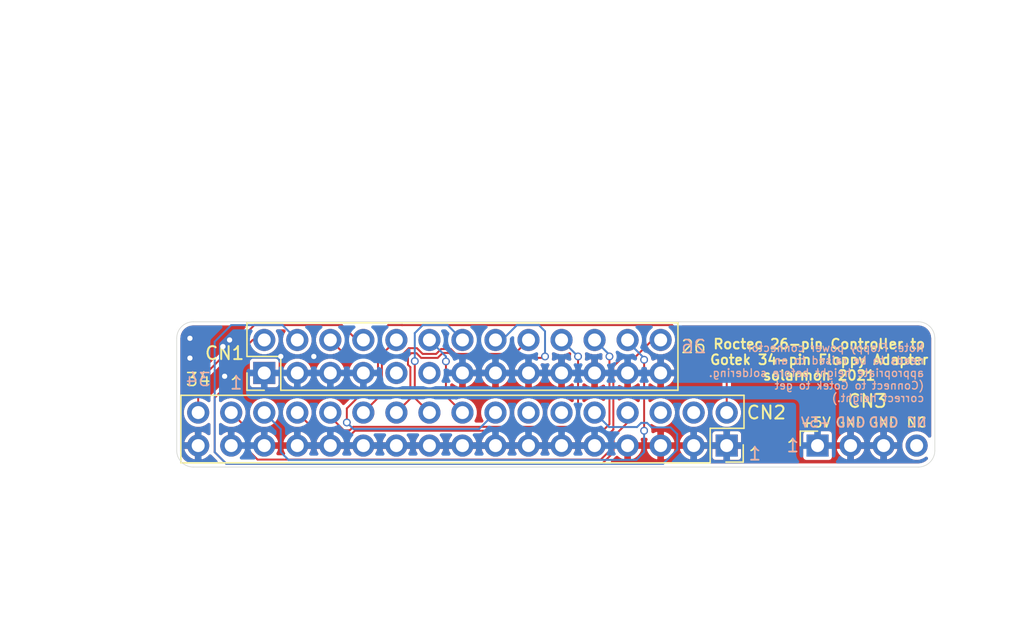
<source format=kicad_pcb>
(kicad_pcb (version 20171130) (host pcbnew "(5.1.9)-1")

  (general
    (thickness 0.8)
    (drawings 29)
    (tracks 146)
    (zones 0)
    (modules 3)
    (nets 23)
  )

  (page A4)
  (layers
    (0 F.Cu signal)
    (31 B.Cu signal)
    (32 B.Adhes user)
    (33 F.Adhes user)
    (34 B.Paste user)
    (35 F.Paste user)
    (36 B.SilkS user)
    (37 F.SilkS user)
    (38 B.Mask user)
    (39 F.Mask user)
    (40 Dwgs.User user)
    (41 Cmts.User user)
    (42 Eco1.User user)
    (43 Eco2.User user)
    (44 Edge.Cuts user)
    (45 Margin user)
    (46 B.CrtYd user)
    (47 F.CrtYd user)
    (48 B.Fab user)
    (49 F.Fab user)
  )

  (setup
    (last_trace_width 0.15)
    (trace_clearance 0.15)
    (zone_clearance 0.254)
    (zone_45_only no)
    (trace_min 0.15)
    (via_size 0.6)
    (via_drill 0.4)
    (via_min_size 0.4)
    (via_min_drill 0.3)
    (uvia_size 0.3)
    (uvia_drill 0.1)
    (uvias_allowed no)
    (uvia_min_size 0.2)
    (uvia_min_drill 0.1)
    (edge_width 0.05)
    (segment_width 0.2)
    (pcb_text_width 0.3)
    (pcb_text_size 1.5 1.5)
    (mod_edge_width 0.12)
    (mod_text_size 1 1)
    (mod_text_width 0.15)
    (pad_size 1 1)
    (pad_drill 0.5)
    (pad_to_mask_clearance 0.051)
    (solder_mask_min_width 0.25)
    (aux_axis_origin 0 0)
    (visible_elements 7FFFFFFF)
    (pcbplotparams
      (layerselection 0x010f0_ffffffff)
      (usegerberextensions false)
      (usegerberattributes false)
      (usegerberadvancedattributes false)
      (creategerberjobfile false)
      (excludeedgelayer true)
      (linewidth 0.100000)
      (plotframeref false)
      (viasonmask false)
      (mode 1)
      (useauxorigin false)
      (hpglpennumber 1)
      (hpglpenspeed 20)
      (hpglpendiameter 15.000000)
      (psnegative false)
      (psa4output false)
      (plotreference true)
      (plotvalue true)
      (plotinvisibletext false)
      (padsonsilk false)
      (subtractmaskfromsilk false)
      (outputformat 1)
      (mirror false)
      (drillshape 0)
      (scaleselection 1)
      (outputdirectory "Gerber/"))
  )

  (net 0 "")
  (net 1 /_SIDE)
  (net 2 GND)
  (net 3 /_DKRD)
  (net 4 /_WRPROT)
  (net 5 /_TRK0)
  (net 6 /_DKWE)
  (net 7 /_DKWD)
  (net 8 /_STEP)
  (net 9 /DIR)
  (net 10 "Net-(CN1-Pad11)")
  (net 11 /_INUSE)
  (net 12 "Net-(CN1-Pad9)")
  (net 13 /_RDY)
  (net 14 VCC)
  (net 15 /_CHNG)
  (net 16 /_SEL0)
  (net 17 /_INDEX)
  (net 18 "Net-(CN2-Pad14)")
  (net 19 /_SEL1)
  (net 20 "Net-(CN2-Pad6)")
  (net 21 "Net-(CN3-Pad4)")
  (net 22 /_MTR)

  (net_class Default "This is the default net class."
    (clearance 0.15)
    (trace_width 0.15)
    (via_dia 0.6)
    (via_drill 0.4)
    (uvia_dia 0.3)
    (uvia_drill 0.1)
    (add_net /DIR)
    (add_net /_CHNG)
    (add_net /_DKRD)
    (add_net /_DKWD)
    (add_net /_DKWE)
    (add_net /_INDEX)
    (add_net /_INUSE)
    (add_net /_MTR)
    (add_net /_RDY)
    (add_net /_SEL0)
    (add_net /_SEL1)
    (add_net /_SIDE)
    (add_net /_STEP)
    (add_net /_TRK0)
    (add_net /_WRPROT)
    (add_net GND)
    (add_net "Net-(CN1-Pad11)")
    (add_net "Net-(CN1-Pad9)")
    (add_net "Net-(CN2-Pad14)")
    (add_net "Net-(CN2-Pad6)")
    (add_net "Net-(CN3-Pad4)")
  )

  (net_class GND ""
    (clearance 0.2)
    (trace_width 0.4)
    (via_dia 0.6)
    (via_drill 0.4)
    (uvia_dia 0.3)
    (uvia_drill 0.1)
  )

  (net_class VCC ""
    (clearance 0.2)
    (trace_width 0.4)
    (via_dia 0.6)
    (via_drill 0.4)
    (uvia_dia 0.3)
    (uvia_drill 0.1)
    (add_net VCC)
  )

  (module Connector_PinSocket_2.54mm:PinSocket_1x04_P2.54mm_Horizontal (layer F.Cu) (tedit 606863EB) (tstamp 5FB92601)
    (at 149.225 115.57 90)
    (descr "Through hole angled socket strip, 1x04, 2.54mm pitch, 8.51mm socket length, single row (from Kicad 4.0.7), script generated")
    (tags "Through hole angled socket strip THT 1x04 2.54mm single row")
    (path /5FB98887)
    (fp_text reference CN3 (at 3.429 3.81) (layer F.SilkS)
      (effects (font (size 1 1) (thickness 0.15)))
    )
    (fp_text value Conn_01x04 (at 0 9.95 90) (layer F.Fab)
      (effects (font (size 1 1) (thickness 0.15)))
    )
    (fp_text user %R (at 0 3.81 180) (layer F.Fab)
      (effects (font (size 1 1) (thickness 0.15)))
    )
    (fp_line (start 1.75 9.45) (end 1.75 -1.75) (layer F.CrtYd) (width 0.05))
    (fp_line (start -10.55 9.45) (end 1.75 9.45) (layer F.CrtYd) (width 0.05))
    (fp_line (start -10.55 -1.75) (end -10.55 9.45) (layer F.CrtYd) (width 0.05))
    (fp_line (start 1.75 -1.75) (end -10.55 -1.75) (layer F.CrtYd) (width 0.05))
    (fp_line (start 0 -1.33) (end 1.11 -1.33) (layer F.SilkS) (width 0.12))
    (fp_line (start 1.11 -1.33) (end 1.11 0) (layer F.SilkS) (width 0.12))
    (fp_line (start 0 7.92) (end 0 7.32) (layer F.Fab) (width 0.1))
    (fp_line (start -1.52 7.92) (end 0 7.92) (layer F.Fab) (width 0.1))
    (fp_line (start 0 7.32) (end -1.52 7.32) (layer F.Fab) (width 0.1))
    (fp_line (start 0 5.38) (end 0 4.78) (layer F.Fab) (width 0.1))
    (fp_line (start -1.52 5.38) (end 0 5.38) (layer F.Fab) (width 0.1))
    (fp_line (start 0 4.78) (end -1.52 4.78) (layer F.Fab) (width 0.1))
    (fp_line (start 0 2.84) (end 0 2.24) (layer F.Fab) (width 0.1))
    (fp_line (start -1.52 2.84) (end 0 2.84) (layer F.Fab) (width 0.1))
    (fp_line (start 0 2.24) (end -1.52 2.24) (layer F.Fab) (width 0.1))
    (fp_line (start 0 0.3) (end 0 -0.3) (layer F.Fab) (width 0.1))
    (fp_line (start -1.52 0.3) (end 0 0.3) (layer F.Fab) (width 0.1))
    (fp_line (start 0 -0.3) (end -1.52 -0.3) (layer F.Fab) (width 0.1))
    (fp_line (start -10.03 8.89) (end -10.03 -1.27) (layer F.Fab) (width 0.1))
    (fp_line (start -1.52 8.89) (end -10.03 8.89) (layer F.Fab) (width 0.1))
    (fp_line (start -1.52 -0.3) (end -1.52 8.89) (layer F.Fab) (width 0.1))
    (fp_line (start -2.49 -1.27) (end -1.52 -0.3) (layer F.Fab) (width 0.1))
    (fp_line (start -10.03 -1.27) (end -2.49 -1.27) (layer F.Fab) (width 0.1))
    (pad 1 thru_hole rect (at 0 0 90) (size 1.7 1.7) (drill 1) (layers *.Cu *.Mask)
      (net 14 VCC))
    (pad 2 thru_hole oval (at 0 2.54 90) (size 1.7 1.7) (drill 1) (layers *.Cu *.Mask)
      (net 2 GND))
    (pad 3 thru_hole oval (at 0 5.08 90) (size 1.7 1.7) (drill 1) (layers *.Cu *.Mask)
      (net 2 GND))
    (pad 4 thru_hole oval (at 0 7.62 90) (size 1.7 1.7) (drill 1) (layers *.Cu *.Mask)
      (net 21 "Net-(CN3-Pad4)"))
    (model ${KISYS3DMOD}/Connector_PinSocket_2.54mm.3dshapes/PinSocket_1x04_P2.54mm_Horizontal.wrl
      (offset (xyz 0 0 1.5))
      (scale (xyz 1 1 1))
      (rotate (xyz 0 0 0))
    )
  )

  (module Connector_PinHeader_2.54mm:PinHeader_2x17_P2.54mm_Vertical (layer F.Cu) (tedit 60681757) (tstamp 5FB928B7)
    (at 142.24 115.57 270)
    (descr "Through hole straight pin header, 2x17, 2.54mm pitch, double rows")
    (tags "Through hole pin header THT 2x17 2.54mm double row")
    (path /5FB9144A)
    (fp_text reference CN2 (at -2.54 -3.048 180) (layer F.SilkS)
      (effects (font (size 1 1) (thickness 0.15)))
    )
    (fp_text value Conn_02x17_Odd_Even (at -1.27 42.97 270) (layer F.Fab)
      (effects (font (size 1 1) (thickness 0.15)))
    )
    (fp_line (start -3.81 -1.27) (end 0 -1.27) (layer F.Fab) (width 0.1))
    (fp_line (start 1.27 0) (end 1.27 41.91) (layer F.Fab) (width 0.1))
    (fp_line (start 1.27 41.91) (end -3.81 41.91) (layer F.Fab) (width 0.1))
    (fp_line (start -3.81 41.91) (end -3.81 -1.27) (layer F.Fab) (width 0.1))
    (fp_line (start 1.27 0) (end 0 -1.27) (layer F.Fab) (width 0.1))
    (fp_line (start -3.87 41.97) (end 1.33 41.97) (layer F.SilkS) (width 0.12))
    (fp_line (start -3.87 -1.33) (end -3.87 41.97) (layer F.SilkS) (width 0.12))
    (fp_line (start 1.33 1.27) (end 1.33 41.97) (layer F.SilkS) (width 0.12))
    (fp_line (start -1.33 1.27) (end 1.27 1.27) (layer F.SilkS) (width 0.12))
    (fp_line (start -1.33 1.27) (end -1.33 -1.33) (layer F.SilkS) (width 0.12))
    (fp_line (start -3.87 -1.33) (end -1.33 -1.33) (layer F.SilkS) (width 0.12))
    (fp_line (start 1.27 0.06) (end 1.27 -1.27) (layer F.SilkS) (width 0.12))
    (fp_line (start -0.06 -1.27) (end 1.27 -1.27) (layer F.SilkS) (width 0.12))
    (fp_line (start -4.34 -1.8) (end -4.34 42.45) (layer F.CrtYd) (width 0.05))
    (fp_line (start -4.34 42.45) (end 1.81 42.45) (layer F.CrtYd) (width 0.05))
    (fp_line (start 1.81 42.45) (end 1.81 -1.8) (layer F.CrtYd) (width 0.05))
    (fp_line (start 1.81 -1.8) (end -4.34 -1.8) (layer F.CrtYd) (width 0.05))
    (fp_text user %R (at 1.27 20.32) (layer F.Fab)
      (effects (font (size 1 1) (thickness 0.15)))
    )
    (pad 34 thru_hole oval (at -2.54 40.64 270) (size 1.7 1.7) (drill 1) (layers *.Cu *.Mask)
      (net 13 /_RDY))
    (pad 33 thru_hole oval (at 0 40.64 270) (size 1.7 1.7) (drill 1) (layers *.Cu *.Mask)
      (net 2 GND))
    (pad 32 thru_hole oval (at -2.54 38.1 270) (size 1.7 1.7) (drill 1) (layers *.Cu *.Mask)
      (net 1 /_SIDE))
    (pad 31 thru_hole oval (at 0 38.1 270) (size 1.7 1.7) (drill 1) (layers *.Cu *.Mask)
      (net 2 GND))
    (pad 30 thru_hole oval (at -2.54 35.56 270) (size 1.7 1.7) (drill 1) (layers *.Cu *.Mask)
      (net 3 /_DKRD))
    (pad 29 thru_hole oval (at 0 35.56 270) (size 1.7 1.7) (drill 1) (layers *.Cu *.Mask)
      (net 2 GND))
    (pad 28 thru_hole oval (at -2.54 33.02 270) (size 1.7 1.7) (drill 1) (layers *.Cu *.Mask)
      (net 4 /_WRPROT))
    (pad 27 thru_hole oval (at 0 33.02 270) (size 1.7 1.7) (drill 1) (layers *.Cu *.Mask)
      (net 2 GND))
    (pad 26 thru_hole oval (at -2.54 30.48 270) (size 1.7 1.7) (drill 1) (layers *.Cu *.Mask)
      (net 5 /_TRK0))
    (pad 25 thru_hole oval (at 0 30.48 270) (size 1.7 1.7) (drill 1) (layers *.Cu *.Mask)
      (net 2 GND))
    (pad 24 thru_hole oval (at -2.54 27.94 270) (size 1.7 1.7) (drill 1) (layers *.Cu *.Mask)
      (net 6 /_DKWE))
    (pad 23 thru_hole oval (at 0 27.94 270) (size 1.7 1.7) (drill 1) (layers *.Cu *.Mask)
      (net 2 GND))
    (pad 22 thru_hole oval (at -2.54 25.4 270) (size 1.7 1.7) (drill 1) (layers *.Cu *.Mask)
      (net 7 /_DKWD))
    (pad 21 thru_hole oval (at 0 25.4 270) (size 1.7 1.7) (drill 1) (layers *.Cu *.Mask)
      (net 2 GND))
    (pad 20 thru_hole oval (at -2.54 22.86 270) (size 1.7 1.7) (drill 1) (layers *.Cu *.Mask)
      (net 8 /_STEP))
    (pad 19 thru_hole oval (at 0 22.86 270) (size 1.7 1.7) (drill 1) (layers *.Cu *.Mask)
      (net 2 GND))
    (pad 18 thru_hole oval (at -2.54 20.32 270) (size 1.7 1.7) (drill 1) (layers *.Cu *.Mask)
      (net 9 /DIR))
    (pad 17 thru_hole oval (at 0 20.32 270) (size 1.7 1.7) (drill 1) (layers *.Cu *.Mask)
      (net 2 GND))
    (pad 16 thru_hole oval (at -2.54 17.78 270) (size 1.7 1.7) (drill 1) (layers *.Cu *.Mask)
      (net 22 /_MTR))
    (pad 15 thru_hole oval (at 0 17.78 270) (size 1.7 1.7) (drill 1) (layers *.Cu *.Mask)
      (net 2 GND))
    (pad 14 thru_hole oval (at -2.54 15.24 270) (size 1.7 1.7) (drill 1) (layers *.Cu *.Mask)
      (net 18 "Net-(CN2-Pad14)"))
    (pad 13 thru_hole oval (at 0 15.24 270) (size 1.7 1.7) (drill 1) (layers *.Cu *.Mask)
      (net 2 GND))
    (pad 12 thru_hole oval (at -2.54 12.7 270) (size 1.7 1.7) (drill 1) (layers *.Cu *.Mask)
      (net 19 /_SEL1))
    (pad 11 thru_hole oval (at 0 12.7 270) (size 1.7 1.7) (drill 1) (layers *.Cu *.Mask)
      (net 2 GND))
    (pad 10 thru_hole oval (at -2.54 10.16 270) (size 1.7 1.7) (drill 1) (layers *.Cu *.Mask)
      (net 16 /_SEL0))
    (pad 9 thru_hole oval (at 0 10.16 270) (size 1.7 1.7) (drill 1) (layers *.Cu *.Mask)
      (net 2 GND))
    (pad 8 thru_hole oval (at -2.54 7.62 270) (size 1.7 1.7) (drill 1) (layers *.Cu *.Mask)
      (net 17 /_INDEX))
    (pad 7 thru_hole oval (at 0 7.62 270) (size 1.7 1.7) (drill 1) (layers *.Cu *.Mask)
      (net 2 GND))
    (pad 6 thru_hole oval (at -2.54 5.08 270) (size 1.7 1.7) (drill 1) (layers *.Cu *.Mask)
      (net 20 "Net-(CN2-Pad6)"))
    (pad 5 thru_hole oval (at 0 5.08 270) (size 1.7 1.7) (drill 1) (layers *.Cu *.Mask)
      (net 2 GND))
    (pad 4 thru_hole oval (at -2.54 2.54 270) (size 1.7 1.7) (drill 1) (layers *.Cu *.Mask)
      (net 11 /_INUSE))
    (pad 3 thru_hole oval (at 0 2.54 270) (size 1.7 1.7) (drill 1) (layers *.Cu *.Mask)
      (net 2 GND))
    (pad 2 thru_hole oval (at -2.54 0 270) (size 1.7 1.7) (drill 1) (layers *.Cu *.Mask)
      (net 15 /_CHNG))
    (pad 1 thru_hole rect (at 0 0 270) (size 1.7 1.7) (drill 1) (layers *.Cu *.Mask)
      (net 2 GND))
    (model ${KISYS3DMOD}/Connector_PinSocket_2.54mm.3dshapes/PinSocket_2x17_P2.54mm_Horizontal.step
      (offset (xyz -2.6 -40.6 0))
      (scale (xyz 1 1 1))
      (rotate (xyz 0 0 180))
    )
  )

  (module Connector_PinHeader_2.54mm:PinHeader_2x13_P2.54mm_Vertical (layer F.Cu) (tedit 59FED5CC) (tstamp 5FB9287F)
    (at 106.68 109.982 90)
    (descr "Through hole straight pin header, 2x13, 2.54mm pitch, double rows")
    (tags "Through hole pin header THT 2x13 2.54mm double row")
    (path /5FB94893)
    (fp_text reference CN1 (at 1.524 -3.048 180) (layer F.SilkS)
      (effects (font (size 1 1) (thickness 0.15)))
    )
    (fp_text value Conn_02x13_Odd_Even (at 1.27 32.81 90) (layer F.Fab)
      (effects (font (size 1 1) (thickness 0.15)))
    )
    (fp_line (start 0 -1.27) (end 3.81 -1.27) (layer F.Fab) (width 0.1))
    (fp_line (start 3.81 -1.27) (end 3.81 31.75) (layer F.Fab) (width 0.1))
    (fp_line (start 3.81 31.75) (end -1.27 31.75) (layer F.Fab) (width 0.1))
    (fp_line (start -1.27 31.75) (end -1.27 0) (layer F.Fab) (width 0.1))
    (fp_line (start -1.27 0) (end 0 -1.27) (layer F.Fab) (width 0.1))
    (fp_line (start -1.33 31.81) (end 3.87 31.81) (layer F.SilkS) (width 0.12))
    (fp_line (start -1.33 1.27) (end -1.33 31.81) (layer F.SilkS) (width 0.12))
    (fp_line (start 3.87 -1.33) (end 3.87 31.81) (layer F.SilkS) (width 0.12))
    (fp_line (start -1.33 1.27) (end 1.27 1.27) (layer F.SilkS) (width 0.12))
    (fp_line (start 1.27 1.27) (end 1.27 -1.33) (layer F.SilkS) (width 0.12))
    (fp_line (start 1.27 -1.33) (end 3.87 -1.33) (layer F.SilkS) (width 0.12))
    (fp_line (start -1.33 0) (end -1.33 -1.33) (layer F.SilkS) (width 0.12))
    (fp_line (start -1.33 -1.33) (end 0 -1.33) (layer F.SilkS) (width 0.12))
    (fp_line (start -1.8 -1.8) (end -1.8 32.25) (layer F.CrtYd) (width 0.05))
    (fp_line (start -1.8 32.25) (end 4.35 32.25) (layer F.CrtYd) (width 0.05))
    (fp_line (start 4.35 32.25) (end 4.35 -1.8) (layer F.CrtYd) (width 0.05))
    (fp_line (start 4.35 -1.8) (end -1.8 -1.8) (layer F.CrtYd) (width 0.05))
    (fp_text user %R (at 1.27 15.24) (layer F.Fab)
      (effects (font (size 1 1) (thickness 0.15)))
    )
    (pad 26 thru_hole oval (at 2.54 30.48 90) (size 1.7 1.7) (drill 1) (layers *.Cu *.Mask)
      (net 1 /_SIDE))
    (pad 25 thru_hole oval (at 0 30.48 90) (size 1.7 1.7) (drill 1) (layers *.Cu *.Mask)
      (net 2 GND))
    (pad 24 thru_hole oval (at 2.54 27.94 90) (size 1.7 1.7) (drill 1) (layers *.Cu *.Mask)
      (net 3 /_DKRD))
    (pad 23 thru_hole oval (at 0 27.94 90) (size 1.7 1.7) (drill 1) (layers *.Cu *.Mask)
      (net 2 GND))
    (pad 22 thru_hole oval (at 2.54 25.4 90) (size 1.7 1.7) (drill 1) (layers *.Cu *.Mask)
      (net 4 /_WRPROT))
    (pad 21 thru_hole oval (at 0 25.4 90) (size 1.7 1.7) (drill 1) (layers *.Cu *.Mask)
      (net 2 GND))
    (pad 20 thru_hole oval (at 2.54 22.86 90) (size 1.7 1.7) (drill 1) (layers *.Cu *.Mask)
      (net 5 /_TRK0))
    (pad 19 thru_hole oval (at 0 22.86 90) (size 1.7 1.7) (drill 1) (layers *.Cu *.Mask)
      (net 2 GND))
    (pad 18 thru_hole oval (at 2.54 20.32 90) (size 1.7 1.7) (drill 1) (layers *.Cu *.Mask)
      (net 6 /_DKWE))
    (pad 17 thru_hole oval (at 0 20.32 90) (size 1.7 1.7) (drill 1) (layers *.Cu *.Mask)
      (net 2 GND))
    (pad 16 thru_hole oval (at 2.54 17.78 90) (size 1.7 1.7) (drill 1) (layers *.Cu *.Mask)
      (net 7 /_DKWD))
    (pad 15 thru_hole oval (at 0 17.78 90) (size 1.7 1.7) (drill 1) (layers *.Cu *.Mask)
      (net 2 GND))
    (pad 14 thru_hole oval (at 2.54 15.24 90) (size 1.7 1.7) (drill 1) (layers *.Cu *.Mask)
      (net 8 /_STEP))
    (pad 13 thru_hole oval (at 0 15.24 90) (size 1.7 1.7) (drill 1) (layers *.Cu *.Mask)
      (net 2 GND))
    (pad 12 thru_hole oval (at 2.54 12.7 90) (size 1.7 1.7) (drill 1) (layers *.Cu *.Mask)
      (net 9 /DIR))
    (pad 11 thru_hole oval (at 0 12.7 90) (size 1.7 1.7) (drill 1) (layers *.Cu *.Mask)
      (net 10 "Net-(CN1-Pad11)"))
    (pad 10 thru_hole oval (at 2.54 10.16 90) (size 1.7 1.7) (drill 1) (layers *.Cu *.Mask)
      (net 22 /_MTR))
    (pad 9 thru_hole oval (at 0 10.16 90) (size 1.7 1.7) (drill 1) (layers *.Cu *.Mask)
      (net 12 "Net-(CN1-Pad9)"))
    (pad 8 thru_hole oval (at 2.54 7.62 90) (size 1.7 1.7) (drill 1) (layers *.Cu *.Mask)
      (net 13 /_RDY))
    (pad 7 thru_hole oval (at 0 7.62 90) (size 1.7 1.7) (drill 1) (layers *.Cu *.Mask)
      (net 14 VCC))
    (pad 6 thru_hole oval (at 2.54 5.08 90) (size 1.7 1.7) (drill 1) (layers *.Cu *.Mask)
      (net 15 /_CHNG))
    (pad 5 thru_hole oval (at 0 5.08 90) (size 1.7 1.7) (drill 1) (layers *.Cu *.Mask)
      (net 14 VCC))
    (pad 4 thru_hole oval (at 2.54 2.54 90) (size 1.7 1.7) (drill 1) (layers *.Cu *.Mask)
      (net 16 /_SEL0))
    (pad 3 thru_hole oval (at 0 2.54 90) (size 1.7 1.7) (drill 1) (layers *.Cu *.Mask)
      (net 14 VCC))
    (pad 2 thru_hole oval (at 2.54 0 90) (size 1.7 1.7) (drill 1) (layers *.Cu *.Mask)
      (net 17 /_INDEX))
    (pad 1 thru_hole rect (at 0 0 90) (size 1.7 1.7) (drill 1) (layers *.Cu *.Mask)
      (net 14 VCC))
    (model ${KISYS3DMOD}/Connector_PinHeader_2.54mm.3dshapes/PinHeader_2x13_P2.54mm_Vertical.wrl
      (at (xyz 0 0 0))
      (scale (xyz 1 1 1))
      (rotate (xyz 0 0 0))
    )
  )

  (gr_text "Note: Floppy power connector\nneeds to be raised to an\nappropriate height before soldering.\n(Connect to Gotek to get\ncorrect height.)" (at 157.48 109.982) (layer B.SilkS) (tstamp 6068F7CE)
    (effects (font (size 0.6 0.6) (thickness 0.1)) (justify left mirror))
  )
  (dimension 6.985 (width 0.15) (layer Dwgs.User)
    (gr_text "6.985 mm" (at 145.7325 128.046) (layer Dwgs.User)
      (effects (font (size 1 1) (thickness 0.15)))
    )
    (feature1 (pts (xy 149.225 115.57) (xy 149.225 127.332421)))
    (feature2 (pts (xy 142.24 115.57) (xy 142.24 127.332421)))
    (crossbar (pts (xy 142.24 126.746) (xy 149.225 126.746)))
    (arrow1a (pts (xy 149.225 126.746) (xy 148.098496 127.332421)))
    (arrow1b (pts (xy 149.225 126.746) (xy 148.098496 126.159579)))
    (arrow2a (pts (xy 142.24 126.746) (xy 143.366504 127.332421)))
    (arrow2b (pts (xy 142.24 126.746) (xy 143.366504 126.159579)))
  )
  (gr_text NC (at 156.845 113.792) (layer B.SilkS) (tstamp 6068C98F)
    (effects (font (size 0.75 0.75) (thickness 0.125)) (justify mirror))
  )
  (gr_text NC (at 156.845 113.792) (layer F.SilkS) (tstamp 6068C98E)
    (effects (font (size 0.75 0.75) (thickness 0.125)))
  )
  (gr_text GND (at 154.305 113.792) (layer F.SilkS) (tstamp 6068C98B)
    (effects (font (size 0.75 0.75) (thickness 0.125)))
  )
  (gr_text GND (at 154.305 113.792) (layer B.SilkS) (tstamp 6068C98A)
    (effects (font (size 0.75 0.75) (thickness 0.125)) (justify mirror))
  )
  (gr_text GND (at 151.765 113.792) (layer B.SilkS) (tstamp 6068C871)
    (effects (font (size 0.75 0.75) (thickness 0.125)) (justify mirror))
  )
  (gr_text GND (at 151.765 113.792) (layer F.SilkS) (tstamp 6068C870)
    (effects (font (size 0.75 0.75) (thickness 0.125)))
  )
  (gr_text +5V (at 149.098 113.792) (layer F.SilkS) (tstamp 6068C630)
    (effects (font (size 0.75 0.75) (thickness 0.125)))
  )
  (gr_text +5V (at 149.098 113.792) (layer B.SilkS) (tstamp 6068C62F)
    (effects (font (size 0.75 0.75) (thickness 0.125)) (justify mirror))
  )
  (gr_text 34 (at 101.6 110.49) (layer F.SilkS) (tstamp 6068B532)
    (effects (font (size 1 1) (thickness 0.125)))
  )
  (gr_text 34 (at 101.6 110.49) (layer B.SilkS) (tstamp 6068B531)
    (effects (font (size 1 1) (thickness 0.125)) (justify mirror))
  )
  (gr_text 1 (at 144.399 116.205) (layer F.SilkS) (tstamp 6068B51E)
    (effects (font (size 1 1) (thickness 0.125)))
  )
  (gr_text 1 (at 144.399 116.205) (layer B.SilkS) (tstamp 6068B51D)
    (effects (font (size 1 1) (thickness 0.125)) (justify mirror))
  )
  (gr_text "Roctec 26-pin Controller to\nGotek 34-pin Floppy Adapter\nsolarmon 2021" (at 149.352 108.966) (layer F.SilkS)
    (effects (font (size 0.75 0.75) (thickness 0.15)))
  )
  (gr_arc (start 101.219 115.951) (end 99.949 115.951) (angle -90) (layer Edge.Cuts) (width 0.05) (tstamp 5FB8F37E))
  (gr_arc (start 156.972 115.951) (end 156.972 117.221) (angle -90) (layer Edge.Cuts) (width 0.05) (tstamp 5FB8F381))
  (gr_arc (start 156.972 107.315) (end 158.242 107.315) (angle -90) (layer Edge.Cuts) (width 0.05) (tstamp 5FB8F36C))
  (gr_arc (start 101.219 107.315) (end 101.219 106.045) (angle -90) (layer Edge.Cuts) (width 0.05) (tstamp 5FB8F37B))
  (gr_line (start 99.949 115.951) (end 99.949 107.315) (layer Edge.Cuts) (width 0.05) (tstamp 5FB8F36F))
  (gr_line (start 156.972 117.221) (end 101.219 117.221) (layer Edge.Cuts) (width 0.05) (tstamp 5FB8F372))
  (gr_line (start 158.242 107.315) (end 158.242 115.951) (layer Edge.Cuts) (width 0.05) (tstamp 5FB8F375))
  (gr_line (start 101.219 106.045) (end 156.972 106.045) (layer Edge.Cuts) (width 0.05) (tstamp 5FB8F378))
  (gr_text 1 (at 104.521 110.744) (layer B.SilkS) (tstamp 5FB8F270)
    (effects (font (size 1 1) (thickness 0.125)) (justify mirror))
  )
  (gr_text 26 (at 139.7 107.95) (layer B.SilkS) (tstamp 5FB8F26A)
    (effects (font (size 1 1) (thickness 0.125)) (justify mirror))
  )
  (gr_text 1 (at 147.32 115.57) (layer B.SilkS) (tstamp 5FB8F3C3)
    (effects (font (size 1 1) (thickness 0.125)) (justify mirror))
  )
  (gr_text 1 (at 147.32 115.57) (layer F.SilkS) (tstamp 5FB8F273)
    (effects (font (size 1 1) (thickness 0.125)))
  )
  (gr_text 26 (at 139.7 107.95) (layer F.SilkS) (tstamp 5FB8F363)
    (effects (font (size 1 1) (thickness 0.125)))
  )
  (gr_text 1 (at 104.521 110.744) (layer F.SilkS) (tstamp 5FB8F366)
    (effects (font (size 1 1) (thickness 0.125)))
  )

  (segment (start 132.561721 116.645001) (end 106.163999 116.645001) (width 0.15) (layer F.Cu) (net 1))
  (segment (start 134.298998 108.712) (end 133.523011 109.487987) (width 0.15) (layer F.Cu) (net 1))
  (segment (start 135.255 108.712) (end 134.298998 108.712) (width 0.15) (layer F.Cu) (net 1))
  (segment (start 136.525 107.442) (end 135.255 108.712) (width 0.15) (layer F.Cu) (net 1))
  (segment (start 105.41 115.891002) (end 105.41 114.3) (width 0.15) (layer F.Cu) (net 1))
  (segment (start 133.223 114.637721) (end 133.223 115.983722) (width 0.15) (layer F.Cu) (net 1))
  (segment (start 133.223 115.983722) (end 132.561721 116.645001) (width 0.15) (layer F.Cu) (net 1))
  (segment (start 133.523011 109.487987) (end 133.523011 114.33771) (width 0.15) (layer F.Cu) (net 1))
  (segment (start 106.163999 116.645001) (end 105.41 115.891002) (width 0.15) (layer F.Cu) (net 1))
  (segment (start 133.523011 114.33771) (end 133.223 114.637721) (width 0.15) (layer F.Cu) (net 1))
  (segment (start 105.41 114.3) (end 104.14 113.03) (width 0.15) (layer F.Cu) (net 1))
  (segment (start 137.16 107.442) (end 136.525 107.442) (width 0.15) (layer F.Cu) (net 1))
  (via (at 104.013 107.442) (size 0.6) (drill 0.4) (layers F.Cu B.Cu) (net 2))
  (via (at 103.632 110.236) (size 0.6) (drill 0.4) (layers F.Cu B.Cu) (net 2))
  (via (at 100.965 107.315) (size 0.6) (drill 0.4) (layers F.Cu B.Cu) (net 2))
  (via (at 100.965 108.839) (size 0.6) (drill 0.4) (layers F.Cu B.Cu) (net 2))
  (via (at 107.95 108.712) (size 0.6) (drill 0.4) (layers F.Cu B.Cu) (net 2))
  (via (at 110.49 108.712) (size 0.6) (drill 0.4) (layers F.Cu B.Cu) (net 2))
  (via (at 103.505 107.95) (size 0.6) (drill 0.4) (layers F.Cu B.Cu) (net 2) (tstamp 6068E445))
  (via (at 135.89 114.426996) (size 0.6) (drill 0.4) (layers F.Cu B.Cu) (net 3))
  (segment (start 135.89 114.935) (end 135.89 114.426996) (width 0.15) (layer B.Cu) (net 3))
  (segment (start 135.89 116.078) (end 135.89 114.935) (width 0.15) (layer B.Cu) (net 3))
  (segment (start 135.297021 116.670979) (end 135.89 116.078) (width 0.15) (layer B.Cu) (net 3))
  (segment (start 108.542979 116.670979) (end 135.297021 116.670979) (width 0.15) (layer B.Cu) (net 3))
  (segment (start 107.95 116.078) (end 108.542979 116.670979) (width 0.15) (layer B.Cu) (net 3))
  (segment (start 107.95 114.3) (end 107.95 116.078) (width 0.15) (layer B.Cu) (net 3))
  (segment (start 106.68 113.03) (end 107.95 114.3) (width 0.15) (layer B.Cu) (net 3))
  (via (at 135.89 108.966) (size 0.6) (drill 0.4) (layers F.Cu B.Cu) (net 3))
  (segment (start 135.89 114.426996) (end 135.89 108.966) (width 0.15) (layer F.Cu) (net 3))
  (segment (start 135.89 108.839) (end 135.89 108.966) (width 0.15) (layer B.Cu) (net 3))
  (segment (start 134.62 107.569) (end 135.89 108.839) (width 0.15) (layer B.Cu) (net 3))
  (segment (start 134.62 107.442) (end 134.62 107.569) (width 0.15) (layer B.Cu) (net 3))
  (segment (start 133.223 108.585) (end 133.223 108.712) (width 0.15) (layer B.Cu) (net 4))
  (segment (start 113.649283 114.427) (end 132.715 114.427) (width 0.15) (layer F.Cu) (net 4))
  (segment (start 113.38227 114.694013) (end 113.649283 114.427) (width 0.15) (layer F.Cu) (net 4))
  (segment (start 112.67773 114.694013) (end 113.38227 114.694013) (width 0.15) (layer F.Cu) (net 4))
  (segment (start 110.630013 114.440013) (end 112.42373 114.440013) (width 0.15) (layer F.Cu) (net 4))
  (segment (start 132.08 107.442) (end 133.223 108.585) (width 0.15) (layer B.Cu) (net 4))
  (segment (start 109.22 113.03) (end 110.630013 114.440013) (width 0.15) (layer F.Cu) (net 4))
  (segment (start 133.223 113.919) (end 133.223 108.712) (width 0.15) (layer F.Cu) (net 4))
  (segment (start 132.715 114.427) (end 133.223 113.919) (width 0.15) (layer F.Cu) (net 4))
  (segment (start 112.42373 114.440013) (end 112.67773 114.694013) (width 0.15) (layer F.Cu) (net 4))
  (via (at 133.223 108.712) (size 0.6) (drill 0.4) (layers F.Cu B.Cu) (net 4))
  (segment (start 130.81 113.538) (end 130.81 108.712) (width 0.15) (layer F.Cu) (net 5))
  (segment (start 130.221011 114.126989) (end 130.81 113.538) (width 0.15) (layer F.Cu) (net 5))
  (segment (start 113.525015 114.126989) (end 130.221011 114.126989) (width 0.15) (layer F.Cu) (net 5))
  (segment (start 113.258002 114.394002) (end 113.525015 114.126989) (width 0.15) (layer F.Cu) (net 5))
  (segment (start 112.801998 114.394002) (end 113.258002 114.394002) (width 0.15) (layer F.Cu) (net 5))
  (segment (start 111.76 113.352004) (end 112.801998 114.394002) (width 0.15) (layer F.Cu) (net 5))
  (segment (start 111.76 113.03) (end 111.76 113.352004) (width 0.15) (layer F.Cu) (net 5))
  (segment (start 129.54 107.442) (end 130.81 108.712) (width 0.15) (layer B.Cu) (net 5))
  (via (at 130.81 108.712) (size 0.6) (drill 0.4) (layers F.Cu B.Cu) (net 5))
  (segment (start 119.897716 108.517001) (end 118.863999 108.517001) (width 0.15) (layer F.Cu) (net 6))
  (segment (start 115.725012 111.604988) (end 115.149999 112.180001) (width 0.15) (layer F.Cu) (net 6))
  (segment (start 117.1575 108.712) (end 116.332 108.712) (width 0.15) (layer F.Cu) (net 6))
  (segment (start 118.423998 108.077) (end 117.7925 108.077) (width 0.15) (layer F.Cu) (net 6))
  (segment (start 121.402284 108.517001) (end 121.02627 108.140987) (width 0.15) (layer F.Cu) (net 6))
  (segment (start 115.149999 112.180001) (end 114.3 113.03) (width 0.15) (layer F.Cu) (net 6))
  (segment (start 120.27373 108.140987) (end 119.897716 108.517001) (width 0.15) (layer F.Cu) (net 6))
  (segment (start 121.02627 108.140987) (end 120.27373 108.140987) (width 0.15) (layer F.Cu) (net 6))
  (segment (start 127 107.442) (end 125.924999 108.517001) (width 0.15) (layer F.Cu) (net 6))
  (segment (start 125.924999 108.517001) (end 121.402284 108.517001) (width 0.15) (layer F.Cu) (net 6))
  (segment (start 118.863999 108.517001) (end 118.423998 108.077) (width 0.15) (layer F.Cu) (net 6))
  (segment (start 116.332 108.712) (end 115.725012 109.318988) (width 0.15) (layer F.Cu) (net 6))
  (segment (start 115.725012 109.318988) (end 115.725012 111.604988) (width 0.15) (layer F.Cu) (net 6))
  (segment (start 117.7925 108.077) (end 117.1575 108.712) (width 0.15) (layer F.Cu) (net 6))
  (segment (start 127.795999 106.299) (end 128.27 106.773001) (width 0.15) (layer B.Cu) (net 7))
  (segment (start 128.27 106.773001) (end 128.27 108.712) (width 0.15) (layer B.Cu) (net 7))
  (segment (start 124.46 107.95) (end 126.111 106.299) (width 0.15) (layer B.Cu) (net 7))
  (segment (start 126.111 106.299) (end 127.795999 106.299) (width 0.15) (layer B.Cu) (net 7))
  (via (at 128.27 108.712) (size 0.6) (drill 0.4) (layers F.Cu B.Cu) (net 7))
  (segment (start 121.283002 108.821998) (end 128.160002 108.821998) (width 0.15) (layer F.Cu) (net 7))
  (segment (start 120.901998 108.440994) (end 121.283002 108.821998) (width 0.15) (layer F.Cu) (net 7))
  (segment (start 120.397998 108.440994) (end 120.901998 108.440994) (width 0.15) (layer F.Cu) (net 7))
  (segment (start 118.744718 108.821998) (end 120.016994 108.821998) (width 0.15) (layer F.Cu) (net 7))
  (segment (start 120.016994 108.821998) (end 120.397998 108.440994) (width 0.15) (layer F.Cu) (net 7))
  (segment (start 118.38072 108.458) (end 118.744718 108.821998) (width 0.15) (layer F.Cu) (net 7))
  (segment (start 117.983 108.458) (end 118.38072 108.458) (width 0.15) (layer F.Cu) (net 7))
  (segment (start 117.729 108.712) (end 117.983 108.458) (width 0.15) (layer F.Cu) (net 7))
  (segment (start 117.729 109.347) (end 117.729 108.712) (width 0.15) (layer F.Cu) (net 7))
  (segment (start 117.915001 109.533001) (end 117.729 109.347) (width 0.15) (layer F.Cu) (net 7))
  (segment (start 117.915001 111.954999) (end 117.915001 109.533001) (width 0.15) (layer F.Cu) (net 7))
  (segment (start 128.160002 108.821998) (end 128.27 108.712) (width 0.15) (layer F.Cu) (net 7))
  (segment (start 116.84 113.03) (end 117.915001 111.954999) (width 0.15) (layer F.Cu) (net 7))
  (segment (start 118.25401 111.90401) (end 118.25401 109.07376) (width 0.15) (layer F.Cu) (net 8))
  (via (at 118.25401 109.07376) (size 0.6) (drill 0.4) (layers F.Cu B.Cu) (net 8))
  (segment (start 119.38 113.03) (end 118.25401 111.90401) (width 0.15) (layer F.Cu) (net 8))
  (segment (start 121.92 107.442) (end 120.777 106.299) (width 0.15) (layer B.Cu) (net 8))
  (segment (start 118.872 106.299) (end 118.25401 106.91699) (width 0.15) (layer B.Cu) (net 8))
  (segment (start 118.25401 106.91699) (end 118.25401 109.07376) (width 0.15) (layer B.Cu) (net 8))
  (segment (start 120.777 106.299) (end 118.872 106.299) (width 0.15) (layer B.Cu) (net 8))
  (segment (start 120.65 111.76) (end 120.65 109.093008) (width 0.15) (layer F.Cu) (net 9))
  (segment (start 120.65 108.712) (end 120.65 109.093008) (width 0.15) (layer B.Cu) (net 9))
  (segment (start 119.38 107.442) (end 120.65 108.712) (width 0.15) (layer B.Cu) (net 9))
  (via (at 120.65 109.093008) (size 0.6) (drill 0.4) (layers F.Cu B.Cu) (net 9))
  (segment (start 121.92 113.03) (end 120.65 111.76) (width 0.15) (layer F.Cu) (net 9))
  (segment (start 101.6 110.617) (end 101.6 113.03) (width 0.15) (layer F.Cu) (net 13))
  (segment (start 105.918 106.299) (end 101.6 110.617) (width 0.15) (layer F.Cu) (net 13))
  (segment (start 112.649 106.299) (end 105.918 106.299) (width 0.15) (layer F.Cu) (net 13))
  (segment (start 114.3 107.95) (end 112.649 106.299) (width 0.15) (layer F.Cu) (net 13))
  (segment (start 142.24 110.49) (end 142.24 113.03) (width 0.15) (layer F.Cu) (net 15))
  (segment (start 138.049 106.299) (end 142.24 110.49) (width 0.15) (layer F.Cu) (net 15))
  (segment (start 117.288002 106.299) (end 138.049 106.299) (width 0.15) (layer F.Cu) (net 15))
  (segment (start 117.284012 106.29501) (end 117.288002 106.299) (width 0.15) (layer F.Cu) (net 15))
  (segment (start 116.20899 106.29501) (end 117.284012 106.29501) (width 0.15) (layer F.Cu) (net 15))
  (segment (start 115.57 108.077) (end 115.57 106.934) (width 0.15) (layer F.Cu) (net 15))
  (segment (start 114.935 108.712) (end 115.57 108.077) (width 0.15) (layer F.Cu) (net 15))
  (segment (start 113.03 108.712) (end 114.935 108.712) (width 0.15) (layer F.Cu) (net 15))
  (segment (start 115.57 106.934) (end 116.20899 106.29501) (width 0.15) (layer F.Cu) (net 15))
  (segment (start 111.76 107.442) (end 113.03 108.712) (width 0.15) (layer F.Cu) (net 15))
  (segment (start 135.344496 114.142498) (end 133.192498 114.142498) (width 0.15) (layer B.Cu) (net 16))
  (segment (start 135.661997 113.824997) (end 135.344496 114.142498) (width 0.15) (layer B.Cu) (net 16))
  (segment (start 108.077 106.299) (end 104.14 106.299) (width 0.15) (layer B.Cu) (net 16))
  (segment (start 109.22 107.442) (end 108.077 106.299) (width 0.15) (layer B.Cu) (net 16))
  (segment (start 133.192498 114.142498) (end 132.08 113.03) (width 0.15) (layer B.Cu) (net 16))
  (segment (start 138.43 114.681) (end 137.922 114.173) (width 0.15) (layer B.Cu) (net 16))
  (segment (start 104.14 106.299) (end 102.87 107.569) (width 0.15) (layer B.Cu) (net 16))
  (segment (start 102.87 107.569) (end 102.87 116.078) (width 0.15) (layer B.Cu) (net 16))
  (segment (start 137.350012 116.97099) (end 138.43 115.891002) (width 0.15) (layer B.Cu) (net 16))
  (segment (start 102.87 116.078) (end 103.76299 116.97099) (width 0.15) (layer B.Cu) (net 16))
  (segment (start 103.76299 116.97099) (end 137.350012 116.97099) (width 0.15) (layer B.Cu) (net 16))
  (segment (start 138.43 115.891002) (end 138.43 114.681) (width 0.15) (layer B.Cu) (net 16))
  (segment (start 137.922 114.173) (end 136.466004 114.173) (width 0.15) (layer B.Cu) (net 16))
  (segment (start 136.466004 114.173) (end 136.118001 113.824997) (width 0.15) (layer B.Cu) (net 16))
  (segment (start 136.118001 113.824997) (end 135.661997 113.824997) (width 0.15) (layer B.Cu) (net 16))
  (segment (start 134.62 113.792) (end 134.62 113.03) (width 0.15) (layer F.Cu) (net 17))
  (segment (start 133.544999 114.867001) (end 134.62 113.792) (width 0.15) (layer F.Cu) (net 17))
  (segment (start 133.544999 116.086001) (end 133.544999 114.867001) (width 0.15) (layer F.Cu) (net 17))
  (segment (start 103.76299 116.97099) (end 132.66001 116.97099) (width 0.15) (layer F.Cu) (net 17))
  (segment (start 132.66001 116.97099) (end 133.544999 116.086001) (width 0.15) (layer F.Cu) (net 17))
  (segment (start 102.87 116.078) (end 103.76299 116.97099) (width 0.15) (layer F.Cu) (net 17))
  (segment (start 102.87 111.887) (end 102.87 116.078) (width 0.15) (layer F.Cu) (net 17))
  (segment (start 104.521 110.236) (end 102.87 111.887) (width 0.15) (layer F.Cu) (net 17))
  (segment (start 104.521 108.712) (end 104.521 110.236) (width 0.15) (layer F.Cu) (net 17))
  (segment (start 105.791 107.442) (end 104.521 108.712) (width 0.15) (layer F.Cu) (net 17))
  (segment (start 106.68 107.442) (end 105.791 107.442) (width 0.15) (layer F.Cu) (net 17))
  (via (at 113.03 113.792014) (size 0.6) (drill 0.4) (layers F.Cu B.Cu) (net 22))
  (segment (start 113.537986 114.3) (end 113.03 113.792014) (width 0.15) (layer B.Cu) (net 22))
  (segment (start 123.19 114.3) (end 113.537986 114.3) (width 0.15) (layer B.Cu) (net 22))
  (segment (start 124.46 113.03) (end 123.19 114.3) (width 0.15) (layer B.Cu) (net 22))
  (segment (start 114.123997 111.615001) (end 113.03 112.708998) (width 0.15) (layer F.Cu) (net 22))
  (segment (start 114.840001 111.615001) (end 114.123997 111.615001) (width 0.15) (layer F.Cu) (net 22))
  (segment (start 115.425001 111.030001) (end 114.840001 111.615001) (width 0.15) (layer F.Cu) (net 22))
  (segment (start 115.425001 108.856999) (end 115.425001 111.030001) (width 0.15) (layer F.Cu) (net 22))
  (segment (start 113.03 112.708998) (end 113.03 113.792014) (width 0.15) (layer F.Cu) (net 22))
  (segment (start 116.84 107.442) (end 115.425001 108.856999) (width 0.15) (layer F.Cu) (net 22))

  (zone (net 2) (net_name GND) (layer B.Cu) (tstamp 6069AC39) (hatch edge 0.508)
    (connect_pads (clearance 0.254))
    (min_thickness 0.254)
    (fill yes (arc_segments 32) (thermal_gap 0.254) (thermal_bridge_width 0.508) (smoothing fillet) (radius 0.5))
    (polygon
      (pts
        (xy 89.535 83.312) (xy 89.662 126.365) (xy 162.56 127) (xy 162.65525 83.82)
      )
    )
    (filled_polygon
      (pts
        (xy 123.675283 106.48582) (xy 123.50382 106.657283) (xy 123.369102 106.858903) (xy 123.276307 107.082931) (xy 123.229 107.320757)
        (xy 123.229 107.563243) (xy 123.276307 107.801069) (xy 123.369102 108.025097) (xy 123.50382 108.226717) (xy 123.675283 108.39818)
        (xy 123.876903 108.532898) (xy 124.100931 108.625693) (xy 124.338757 108.673) (xy 124.581243 108.673) (xy 124.819069 108.625693)
        (xy 125.043097 108.532898) (xy 125.244717 108.39818) (xy 125.41618 108.226717) (xy 125.550898 108.025097) (xy 125.643693 107.801069)
        (xy 125.691 107.563243) (xy 125.691 107.363881) (xy 125.77766 107.277221) (xy 125.769 107.320757) (xy 125.769 107.563243)
        (xy 125.816307 107.801069) (xy 125.909102 108.025097) (xy 126.04382 108.226717) (xy 126.215283 108.39818) (xy 126.416903 108.532898)
        (xy 126.640931 108.625693) (xy 126.878757 108.673) (xy 127.121243 108.673) (xy 127.359069 108.625693) (xy 127.583097 108.532898)
        (xy 127.616255 108.510742) (xy 127.615171 108.51336) (xy 127.589 108.644927) (xy 127.589 108.779073) (xy 127.615171 108.91064)
        (xy 127.618022 108.917524) (xy 127.616961 108.916761) (xy 127.397288 108.816866) (xy 127.31698 108.792511) (xy 127.127 108.853373)
        (xy 127.127 109.855) (xy 128.129187 109.855) (xy 128.189495 109.665019) (xy 128.104799 109.439051) (xy 128.056109 109.360512)
        (xy 128.07136 109.366829) (xy 128.202927 109.393) (xy 128.337073 109.393) (xy 128.46864 109.366829) (xy 128.483891 109.360512)
        (xy 128.435201 109.439051) (xy 128.350505 109.665019) (xy 128.410813 109.855) (xy 129.413 109.855) (xy 129.413 108.853373)
        (xy 129.22302 108.792511) (xy 129.142712 108.816866) (xy 128.923039 108.916761) (xy 128.921978 108.917524) (xy 128.924829 108.91064)
        (xy 128.951 108.779073) (xy 128.951 108.644927) (xy 128.924829 108.51336) (xy 128.923745 108.510742) (xy 128.956903 108.532898)
        (xy 129.180931 108.625693) (xy 129.418757 108.673) (xy 129.661243 108.673) (xy 129.899069 108.625693) (xy 130.026166 108.573048)
        (xy 130.129 108.675882) (xy 130.129 108.779073) (xy 130.155171 108.91064) (xy 130.158022 108.917524) (xy 130.156961 108.916761)
        (xy 129.937288 108.816866) (xy 129.85698 108.792511) (xy 129.667 108.853373) (xy 129.667 109.855) (xy 130.669187 109.855)
        (xy 130.729495 109.665019) (xy 130.644799 109.439051) (xy 130.596109 109.360512) (xy 130.61136 109.366829) (xy 130.742927 109.393)
        (xy 130.877073 109.393) (xy 131.00864 109.366829) (xy 131.023891 109.360512) (xy 130.975201 109.439051) (xy 130.890505 109.665019)
        (xy 130.950813 109.855) (xy 131.953 109.855) (xy 131.953 108.853373) (xy 131.76302 108.792511) (xy 131.682712 108.816866)
        (xy 131.463039 108.916761) (xy 131.461978 108.917524) (xy 131.464829 108.91064) (xy 131.491 108.779073) (xy 131.491 108.644927)
        (xy 131.464829 108.51336) (xy 131.463745 108.510742) (xy 131.496903 108.532898) (xy 131.720931 108.625693) (xy 131.958757 108.673)
        (xy 132.201243 108.673) (xy 132.439069 108.625693) (xy 132.555412 108.577502) (xy 132.542 108.644927) (xy 132.542 108.779073)
        (xy 132.556701 108.852979) (xy 132.477288 108.816866) (xy 132.39698 108.792511) (xy 132.207 108.853373) (xy 132.207 109.855)
        (xy 133.209187 109.855) (xy 133.269495 109.665019) (xy 133.184799 109.439051) (xy 133.15625 109.393) (xy 133.290073 109.393)
        (xy 133.42164 109.366829) (xy 133.545574 109.315494) (xy 133.624488 109.262766) (xy 133.515201 109.439051) (xy 133.430505 109.665019)
        (xy 133.490813 109.855) (xy 134.493 109.855) (xy 134.493 108.853373) (xy 134.30302 108.792511) (xy 134.222712 108.816866)
        (xy 134.003039 108.916761) (xy 133.814844 109.052009) (xy 133.826494 109.034574) (xy 133.877829 108.91064) (xy 133.904 108.779073)
        (xy 133.904 108.644927) (xy 133.877829 108.51336) (xy 133.826494 108.389426) (xy 133.826424 108.389321) (xy 133.835283 108.39818)
        (xy 134.036903 108.532898) (xy 134.260931 108.625693) (xy 134.498757 108.673) (xy 134.741243 108.673) (xy 134.979069 108.625693)
        (xy 135.016364 108.610245) (xy 135.224935 108.818817) (xy 135.209 108.898927) (xy 135.209 108.904046) (xy 135.017288 108.816866)
        (xy 134.93698 108.792511) (xy 134.747 108.853373) (xy 134.747 109.855) (xy 135.749187 109.855) (xy 135.809495 109.665019)
        (xy 135.801115 109.642661) (xy 135.822927 109.647) (xy 135.957073 109.647) (xy 135.978885 109.642661) (xy 135.970505 109.665019)
        (xy 136.030813 109.855) (xy 137.033 109.855) (xy 137.033 108.853373) (xy 137.287 108.853373) (xy 137.287 109.855)
        (xy 138.289187 109.855) (xy 138.349495 109.665019) (xy 138.264799 109.439051) (xy 138.137647 109.233948) (xy 137.972924 109.057592)
        (xy 137.776961 108.916761) (xy 137.557288 108.816866) (xy 137.47698 108.792511) (xy 137.287 108.853373) (xy 137.033 108.853373)
        (xy 136.84302 108.792511) (xy 136.762712 108.816866) (xy 136.571 108.904046) (xy 136.571 108.898927) (xy 136.544829 108.76736)
        (xy 136.493494 108.643426) (xy 136.418967 108.531888) (xy 136.324112 108.437033) (xy 136.212574 108.362506) (xy 136.08864 108.311171)
        (xy 135.986794 108.290912) (xy 135.713851 108.017969) (xy 135.803693 107.801069) (xy 135.851 107.563243) (xy 135.851 107.320757)
        (xy 135.803693 107.082931) (xy 135.710898 106.858903) (xy 135.57618 106.657283) (xy 135.404717 106.48582) (xy 135.352605 106.451)
        (xy 136.427395 106.451) (xy 136.375283 106.48582) (xy 136.20382 106.657283) (xy 136.069102 106.858903) (xy 135.976307 107.082931)
        (xy 135.929 107.320757) (xy 135.929 107.563243) (xy 135.976307 107.801069) (xy 136.069102 108.025097) (xy 136.20382 108.226717)
        (xy 136.375283 108.39818) (xy 136.576903 108.532898) (xy 136.800931 108.625693) (xy 137.038757 108.673) (xy 137.281243 108.673)
        (xy 137.519069 108.625693) (xy 137.743097 108.532898) (xy 137.944717 108.39818) (xy 138.11618 108.226717) (xy 138.250898 108.025097)
        (xy 138.343693 107.801069) (xy 138.391 107.563243) (xy 138.391 107.320757) (xy 138.343693 107.082931) (xy 138.250898 106.858903)
        (xy 138.11618 106.657283) (xy 137.944717 106.48582) (xy 137.892605 106.451) (xy 156.952146 106.451) (xy 157.139441 106.469364)
        (xy 157.300501 106.517992) (xy 157.449054 106.596979) (xy 157.57943 106.70331) (xy 157.686674 106.832946) (xy 157.766695 106.980942)
        (xy 157.816446 107.141661) (xy 157.836 107.327707) (xy 157.836001 114.837396) (xy 157.80118 114.785283) (xy 157.629717 114.61382)
        (xy 157.428097 114.479102) (xy 157.204069 114.386307) (xy 156.966243 114.339) (xy 156.723757 114.339) (xy 156.485931 114.386307)
        (xy 156.261903 114.479102) (xy 156.060283 114.61382) (xy 155.88882 114.785283) (xy 155.754102 114.986903) (xy 155.661307 115.210931)
        (xy 155.614 115.448757) (xy 155.614 115.691243) (xy 155.661307 115.929069) (xy 155.754102 116.153097) (xy 155.88882 116.354717)
        (xy 156.060283 116.52618) (xy 156.261903 116.660898) (xy 156.485931 116.753693) (xy 156.723757 116.801) (xy 156.966243 116.801)
        (xy 157.204069 116.753693) (xy 157.428097 116.660898) (xy 157.586369 116.555144) (xy 157.583689 116.55843) (xy 157.454054 116.665674)
        (xy 157.306058 116.745695) (xy 157.145339 116.795446) (xy 156.959293 116.815) (xy 150.761312 116.815) (xy 150.777819 116.798493)
        (xy 150.857279 116.69494) (xy 150.907011 116.608802) (xy 150.953863 116.495692) (xy 151.148039 116.635239) (xy 151.367712 116.735134)
        (xy 151.44802 116.759489) (xy 151.638 116.698627) (xy 151.638 115.697) (xy 151.892 115.697) (xy 151.892 116.698627)
        (xy 152.08198 116.759489) (xy 152.162288 116.735134) (xy 152.381961 116.635239) (xy 152.577924 116.494408) (xy 152.742647 116.318052)
        (xy 152.869799 116.112949) (xy 152.954495 115.886981) (xy 153.115505 115.886981) (xy 153.200201 116.112949) (xy 153.327353 116.318052)
        (xy 153.492076 116.494408) (xy 153.688039 116.635239) (xy 153.907712 116.735134) (xy 153.98802 116.759489) (xy 154.178 116.698627)
        (xy 154.178 115.697) (xy 154.432 115.697) (xy 154.432 116.698627) (xy 154.62198 116.759489) (xy 154.702288 116.735134)
        (xy 154.921961 116.635239) (xy 155.117924 116.494408) (xy 155.282647 116.318052) (xy 155.409799 116.112949) (xy 155.494495 115.886981)
        (xy 155.434187 115.697) (xy 154.432 115.697) (xy 154.178 115.697) (xy 153.175813 115.697) (xy 153.115505 115.886981)
        (xy 152.954495 115.886981) (xy 152.894187 115.697) (xy 151.892 115.697) (xy 151.638 115.697) (xy 151.618 115.697)
        (xy 151.618 115.443) (xy 151.638 115.443) (xy 151.638 114.441373) (xy 151.892 114.441373) (xy 151.892 115.443)
        (xy 152.894187 115.443) (xy 152.954495 115.253019) (xy 153.115505 115.253019) (xy 153.175813 115.443) (xy 154.178 115.443)
        (xy 154.178 114.441373) (xy 154.432 114.441373) (xy 154.432 115.443) (xy 155.434187 115.443) (xy 155.494495 115.253019)
        (xy 155.409799 115.027051) (xy 155.282647 114.821948) (xy 155.117924 114.645592) (xy 154.921961 114.504761) (xy 154.702288 114.404866)
        (xy 154.62198 114.380511) (xy 154.432 114.441373) (xy 154.178 114.441373) (xy 153.98802 114.380511) (xy 153.907712 114.404866)
        (xy 153.688039 114.504761) (xy 153.492076 114.645592) (xy 153.327353 114.821948) (xy 153.200201 115.027051) (xy 153.115505 115.253019)
        (xy 152.954495 115.253019) (xy 152.869799 115.027051) (xy 152.742647 114.821948) (xy 152.577924 114.645592) (xy 152.381961 114.504761)
        (xy 152.162288 114.404866) (xy 152.08198 114.380511) (xy 151.892 114.441373) (xy 151.638 114.441373) (xy 151.44802 114.380511)
        (xy 151.367712 114.404866) (xy 151.148039 114.504761) (xy 151.003 114.608995) (xy 151.003 111.498) (xy 150.999741 111.44827)
        (xy 150.982704 111.31886) (xy 150.956961 111.222788) (xy 150.907011 111.102198) (xy 150.857279 111.01606) (xy 150.777819 110.912507)
        (xy 150.707493 110.842181) (xy 150.60394 110.762721) (xy 150.517802 110.712989) (xy 150.397212 110.663039) (xy 150.30114 110.637296)
        (xy 150.17173 110.620259) (xy 150.122 110.617) (xy 138.207733 110.617) (xy 138.264799 110.524949) (xy 138.349495 110.298981)
        (xy 138.289187 110.109) (xy 137.287 110.109) (xy 137.287 110.129) (xy 137.033 110.129) (xy 137.033 110.109)
        (xy 136.030813 110.109) (xy 135.970505 110.298981) (xy 136.055201 110.524949) (xy 136.112267 110.617) (xy 135.667733 110.617)
        (xy 135.724799 110.524949) (xy 135.809495 110.298981) (xy 135.749187 110.109) (xy 134.747 110.109) (xy 134.747 110.129)
        (xy 134.493 110.129) (xy 134.493 110.109) (xy 133.490813 110.109) (xy 133.430505 110.298981) (xy 133.515201 110.524949)
        (xy 133.572267 110.617) (xy 133.127733 110.617) (xy 133.184799 110.524949) (xy 133.269495 110.298981) (xy 133.209187 110.109)
        (xy 132.207 110.109) (xy 132.207 110.129) (xy 131.953 110.129) (xy 131.953 110.109) (xy 130.950813 110.109)
        (xy 130.890505 110.298981) (xy 130.975201 110.524949) (xy 131.032267 110.617) (xy 130.587733 110.617) (xy 130.644799 110.524949)
        (xy 130.729495 110.298981) (xy 130.669187 110.109) (xy 129.667 110.109) (xy 129.667 110.129) (xy 129.413 110.129)
        (xy 129.413 110.109) (xy 128.410813 110.109) (xy 128.350505 110.298981) (xy 128.435201 110.524949) (xy 128.492267 110.617)
        (xy 128.047733 110.617) (xy 128.104799 110.524949) (xy 128.189495 110.298981) (xy 128.129187 110.109) (xy 127.127 110.109)
        (xy 127.127 110.129) (xy 126.873 110.129) (xy 126.873 110.109) (xy 125.870813 110.109) (xy 125.810505 110.298981)
        (xy 125.895201 110.524949) (xy 125.952267 110.617) (xy 125.507733 110.617) (xy 125.564799 110.524949) (xy 125.649495 110.298981)
        (xy 125.589187 110.109) (xy 124.587 110.109) (xy 124.587 110.129) (xy 124.333 110.129) (xy 124.333 110.109)
        (xy 123.330813 110.109) (xy 123.270505 110.298981) (xy 123.355201 110.524949) (xy 123.412267 110.617) (xy 122.967733 110.617)
        (xy 123.024799 110.524949) (xy 123.109495 110.298981) (xy 123.049187 110.109) (xy 122.047 110.109) (xy 122.047 110.129)
        (xy 121.793 110.129) (xy 121.793 110.109) (xy 120.790813 110.109) (xy 120.730505 110.298981) (xy 120.815201 110.524949)
        (xy 120.872267 110.617) (xy 120.436218 110.617) (xy 120.470898 110.565097) (xy 120.563693 110.341069) (xy 120.611 110.103243)
        (xy 120.611 109.860757) (xy 120.593744 109.774008) (xy 120.717073 109.774008) (xy 120.76225 109.765021) (xy 120.790813 109.855)
        (xy 121.793 109.855) (xy 121.793 108.853373) (xy 122.047 108.853373) (xy 122.047 109.855) (xy 123.049187 109.855)
        (xy 123.109495 109.665019) (xy 123.270505 109.665019) (xy 123.330813 109.855) (xy 124.333 109.855) (xy 124.333 108.853373)
        (xy 124.587 108.853373) (xy 124.587 109.855) (xy 125.589187 109.855) (xy 125.649495 109.665019) (xy 125.810505 109.665019)
        (xy 125.870813 109.855) (xy 126.873 109.855) (xy 126.873 108.853373) (xy 126.68302 108.792511) (xy 126.602712 108.816866)
        (xy 126.383039 108.916761) (xy 126.187076 109.057592) (xy 126.022353 109.233948) (xy 125.895201 109.439051) (xy 125.810505 109.665019)
        (xy 125.649495 109.665019) (xy 125.564799 109.439051) (xy 125.437647 109.233948) (xy 125.272924 109.057592) (xy 125.076961 108.916761)
        (xy 124.857288 108.816866) (xy 124.77698 108.792511) (xy 124.587 108.853373) (xy 124.333 108.853373) (xy 124.14302 108.792511)
        (xy 124.062712 108.816866) (xy 123.843039 108.916761) (xy 123.647076 109.057592) (xy 123.482353 109.233948) (xy 123.355201 109.439051)
        (xy 123.270505 109.665019) (xy 123.109495 109.665019) (xy 123.024799 109.439051) (xy 122.897647 109.233948) (xy 122.732924 109.057592)
        (xy 122.536961 108.916761) (xy 122.317288 108.816866) (xy 122.23698 108.792511) (xy 122.047 108.853373) (xy 121.793 108.853373)
        (xy 121.60302 108.792511) (xy 121.522712 108.816866) (xy 121.308765 108.914157) (xy 121.304829 108.894368) (xy 121.253494 108.770434)
        (xy 121.178967 108.658896) (xy 121.084112 108.564041) (xy 121.081006 108.561966) (xy 121.073327 108.536652) (xy 121.030984 108.457434)
        (xy 120.974001 108.387999) (xy 120.956604 108.373722) (xy 120.511048 107.928166) (xy 120.563693 107.801069) (xy 120.611 107.563243)
        (xy 120.611 107.320757) (xy 120.563693 107.082931) (xy 120.470898 106.858903) (xy 120.401472 106.755) (xy 120.588119 106.755)
        (xy 120.788952 106.955834) (xy 120.736307 107.082931) (xy 120.689 107.320757) (xy 120.689 107.563243) (xy 120.736307 107.801069)
        (xy 120.829102 108.025097) (xy 120.96382 108.226717) (xy 121.135283 108.39818) (xy 121.336903 108.532898) (xy 121.560931 108.625693)
        (xy 121.798757 108.673) (xy 122.041243 108.673) (xy 122.279069 108.625693) (xy 122.503097 108.532898) (xy 122.704717 108.39818)
        (xy 122.87618 108.226717) (xy 123.010898 108.025097) (xy 123.103693 107.801069) (xy 123.151 107.563243) (xy 123.151 107.320757)
        (xy 123.103693 107.082931) (xy 123.010898 106.858903) (xy 122.87618 106.657283) (xy 122.704717 106.48582) (xy 122.652605 106.451)
        (xy 123.727395 106.451)
      )
    )
    (filled_polygon
      (pts
        (xy 138.609102 112.446903) (xy 138.516307 112.670931) (xy 138.469 112.908757) (xy 138.469 113.151243) (xy 138.516307 113.389069)
        (xy 138.609102 113.613097) (xy 138.74382 113.814717) (xy 138.915283 113.98618) (xy 139.116903 114.120898) (xy 139.340931 114.213693)
        (xy 139.578757 114.261) (xy 139.821243 114.261) (xy 140.059069 114.213693) (xy 140.283097 114.120898) (xy 140.484717 113.98618)
        (xy 140.65618 113.814717) (xy 140.790898 113.613097) (xy 140.883693 113.389069) (xy 140.931 113.151243) (xy 140.931 112.908757)
        (xy 140.883693 112.670931) (xy 140.790898 112.446903) (xy 140.756218 112.395) (xy 141.183782 112.395) (xy 141.149102 112.446903)
        (xy 141.056307 112.670931) (xy 141.009 112.908757) (xy 141.009 113.151243) (xy 141.056307 113.389069) (xy 141.149102 113.613097)
        (xy 141.28382 113.814717) (xy 141.455283 113.98618) (xy 141.656903 114.120898) (xy 141.880931 114.213693) (xy 142.118757 114.261)
        (xy 142.361243 114.261) (xy 142.599069 114.213693) (xy 142.823097 114.120898) (xy 143.024717 113.98618) (xy 143.19618 113.814717)
        (xy 143.330898 113.613097) (xy 143.423693 113.389069) (xy 143.471 113.151243) (xy 143.471 112.908757) (xy 143.423693 112.670931)
        (xy 143.330898 112.446903) (xy 143.296218 112.395) (xy 147.303025 112.395) (xy 147.357952 112.402231) (xy 147.385855 112.413789)
        (xy 147.409821 112.432179) (xy 147.428211 112.456145) (xy 147.439769 112.484048) (xy 147.447 112.538975) (xy 147.447 116.213)
        (xy 147.450259 116.26273) (xy 147.467296 116.39214) (xy 147.493039 116.488212) (xy 147.542989 116.608802) (xy 147.592721 116.69494)
        (xy 147.672181 116.798493) (xy 147.688688 116.815) (xy 138.150883 116.815) (xy 138.693834 116.272049) (xy 138.722353 116.318052)
        (xy 138.887076 116.494408) (xy 139.083039 116.635239) (xy 139.302712 116.735134) (xy 139.38302 116.759489) (xy 139.573 116.698627)
        (xy 139.573 115.697) (xy 139.827 115.697) (xy 139.827 116.698627) (xy 140.01698 116.759489) (xy 140.097288 116.735134)
        (xy 140.316961 116.635239) (xy 140.512924 116.494408) (xy 140.582423 116.42) (xy 141.007157 116.42) (xy 141.014513 116.494689)
        (xy 141.036299 116.566508) (xy 141.071678 116.632696) (xy 141.119289 116.690711) (xy 141.177304 116.738322) (xy 141.243492 116.773701)
        (xy 141.315311 116.795487) (xy 141.39 116.802843) (xy 142.01775 116.801) (xy 142.113 116.70575) (xy 142.113 115.697)
        (xy 142.367 115.697) (xy 142.367 116.70575) (xy 142.46225 116.801) (xy 143.09 116.802843) (xy 143.164689 116.795487)
        (xy 143.236508 116.773701) (xy 143.302696 116.738322) (xy 143.360711 116.690711) (xy 143.408322 116.632696) (xy 143.443701 116.566508)
        (xy 143.465487 116.494689) (xy 143.472843 116.42) (xy 143.471 115.79225) (xy 143.37575 115.697) (xy 142.367 115.697)
        (xy 142.113 115.697) (xy 141.10425 115.697) (xy 141.009 115.79225) (xy 141.007157 116.42) (xy 140.582423 116.42)
        (xy 140.677647 116.318052) (xy 140.804799 116.112949) (xy 140.889495 115.886981) (xy 140.829187 115.697) (xy 139.827 115.697)
        (xy 139.573 115.697) (xy 139.553 115.697) (xy 139.553 115.443) (xy 139.573 115.443) (xy 139.573 114.441373)
        (xy 139.827 114.441373) (xy 139.827 115.443) (xy 140.829187 115.443) (xy 140.889495 115.253019) (xy 140.804799 115.027051)
        (xy 140.677647 114.821948) (xy 140.582424 114.72) (xy 141.007157 114.72) (xy 141.009 115.34775) (xy 141.10425 115.443)
        (xy 142.113 115.443) (xy 142.113 114.43425) (xy 142.367 114.43425) (xy 142.367 115.443) (xy 143.37575 115.443)
        (xy 143.471 115.34775) (xy 143.472843 114.72) (xy 143.465487 114.645311) (xy 143.443701 114.573492) (xy 143.408322 114.507304)
        (xy 143.360711 114.449289) (xy 143.302696 114.401678) (xy 143.236508 114.366299) (xy 143.164689 114.344513) (xy 143.09 114.337157)
        (xy 142.46225 114.339) (xy 142.367 114.43425) (xy 142.113 114.43425) (xy 142.01775 114.339) (xy 141.39 114.337157)
        (xy 141.315311 114.344513) (xy 141.243492 114.366299) (xy 141.177304 114.401678) (xy 141.119289 114.449289) (xy 141.071678 114.507304)
        (xy 141.036299 114.573492) (xy 141.014513 114.645311) (xy 141.007157 114.72) (xy 140.582424 114.72) (xy 140.512924 114.645592)
        (xy 140.316961 114.504761) (xy 140.097288 114.404866) (xy 140.01698 114.380511) (xy 139.827 114.441373) (xy 139.573 114.441373)
        (xy 139.38302 114.380511) (xy 139.302712 114.404866) (xy 139.083039 114.504761) (xy 138.887076 114.645592) (xy 138.884944 114.647875)
        (xy 138.879402 114.591608) (xy 138.853327 114.505652) (xy 138.810984 114.426434) (xy 138.754001 114.356999) (xy 138.736598 114.342717)
        (xy 138.260283 113.866402) (xy 138.246001 113.848999) (xy 138.176566 113.792016) (xy 138.143248 113.774207) (xy 138.250898 113.613097)
        (xy 138.343693 113.389069) (xy 138.391 113.151243) (xy 138.391 112.908757) (xy 138.343693 112.670931) (xy 138.250898 112.446903)
        (xy 138.216218 112.395) (xy 138.643782 112.395)
      )
    )
    (filled_polygon
      (pts
        (xy 102.563402 107.230717) (xy 102.545999 107.244999) (xy 102.489016 107.314435) (xy 102.446673 107.393653) (xy 102.420598 107.479609)
        (xy 102.415498 107.531391) (xy 102.411794 107.569) (xy 102.414 107.591396) (xy 102.414001 112.103104) (xy 102.384717 112.07382)
        (xy 102.183097 111.939102) (xy 101.959069 111.846307) (xy 101.721243 111.799) (xy 101.478757 111.799) (xy 101.240931 111.846307)
        (xy 101.016903 111.939102) (xy 100.815283 112.07382) (xy 100.64382 112.245283) (xy 100.509102 112.446903) (xy 100.416307 112.670931)
        (xy 100.369 112.908757) (xy 100.369 113.151243) (xy 100.416307 113.389069) (xy 100.509102 113.613097) (xy 100.64382 113.814717)
        (xy 100.815283 113.98618) (xy 101.016903 114.120898) (xy 101.240931 114.213693) (xy 101.478757 114.261) (xy 101.721243 114.261)
        (xy 101.959069 114.213693) (xy 102.183097 114.120898) (xy 102.384717 113.98618) (xy 102.414001 113.956896) (xy 102.414001 114.646745)
        (xy 102.412924 114.645592) (xy 102.216961 114.504761) (xy 101.997288 114.404866) (xy 101.91698 114.380511) (xy 101.727 114.441373)
        (xy 101.727 115.443) (xy 101.747 115.443) (xy 101.747 115.697) (xy 101.727 115.697) (xy 101.727 116.698627)
        (xy 101.91698 116.759489) (xy 101.997288 116.735134) (xy 102.216961 116.635239) (xy 102.412924 116.494408) (xy 102.524128 116.37535)
        (xy 102.546 116.402001) (xy 102.563398 116.416279) (xy 102.962119 116.815) (xy 101.238854 116.815) (xy 101.051559 116.796636)
        (xy 100.890497 116.748008) (xy 100.741949 116.669023) (xy 100.61157 116.562689) (xy 100.504326 116.433054) (xy 100.424305 116.285058)
        (xy 100.374554 116.124339) (xy 100.355 115.938293) (xy 100.355 115.886981) (xy 100.410505 115.886981) (xy 100.495201 116.112949)
        (xy 100.622353 116.318052) (xy 100.787076 116.494408) (xy 100.983039 116.635239) (xy 101.202712 116.735134) (xy 101.28302 116.759489)
        (xy 101.473 116.698627) (xy 101.473 115.697) (xy 100.470813 115.697) (xy 100.410505 115.886981) (xy 100.355 115.886981)
        (xy 100.355 115.253019) (xy 100.410505 115.253019) (xy 100.470813 115.443) (xy 101.473 115.443) (xy 101.473 114.441373)
        (xy 101.28302 114.380511) (xy 101.202712 114.404866) (xy 100.983039 114.504761) (xy 100.787076 114.645592) (xy 100.622353 114.821948)
        (xy 100.495201 115.027051) (xy 100.410505 115.253019) (xy 100.355 115.253019) (xy 100.355 107.334854) (xy 100.373364 107.147559)
        (xy 100.421992 106.986499) (xy 100.500979 106.837946) (xy 100.60731 106.70757) (xy 100.736946 106.600326) (xy 100.884942 106.520305)
        (xy 101.045661 106.470554) (xy 101.231707 106.451) (xy 103.343118 106.451)
      )
    )
    (filled_polygon
      (pts
        (xy 110.975283 106.48582) (xy 110.80382 106.657283) (xy 110.669102 106.858903) (xy 110.576307 107.082931) (xy 110.529 107.320757)
        (xy 110.529 107.563243) (xy 110.576307 107.801069) (xy 110.669102 108.025097) (xy 110.80382 108.226717) (xy 110.975283 108.39818)
        (xy 111.176903 108.532898) (xy 111.400931 108.625693) (xy 111.638757 108.673) (xy 111.881243 108.673) (xy 112.119069 108.625693)
        (xy 112.343097 108.532898) (xy 112.544717 108.39818) (xy 112.71618 108.226717) (xy 112.850898 108.025097) (xy 112.943693 107.801069)
        (xy 112.991 107.563243) (xy 112.991 107.320757) (xy 112.943693 107.082931) (xy 112.850898 106.858903) (xy 112.71618 106.657283)
        (xy 112.544717 106.48582) (xy 112.492605 106.451) (xy 113.567395 106.451) (xy 113.515283 106.48582) (xy 113.34382 106.657283)
        (xy 113.209102 106.858903) (xy 113.116307 107.082931) (xy 113.069 107.320757) (xy 113.069 107.563243) (xy 113.116307 107.801069)
        (xy 113.209102 108.025097) (xy 113.34382 108.226717) (xy 113.515283 108.39818) (xy 113.716903 108.532898) (xy 113.940931 108.625693)
        (xy 114.178757 108.673) (xy 114.421243 108.673) (xy 114.659069 108.625693) (xy 114.883097 108.532898) (xy 115.084717 108.39818)
        (xy 115.25618 108.226717) (xy 115.390898 108.025097) (xy 115.483693 107.801069) (xy 115.531 107.563243) (xy 115.531 107.320757)
        (xy 115.483693 107.082931) (xy 115.390898 106.858903) (xy 115.25618 106.657283) (xy 115.084717 106.48582) (xy 115.032605 106.451)
        (xy 116.107395 106.451) (xy 116.055283 106.48582) (xy 115.88382 106.657283) (xy 115.749102 106.858903) (xy 115.656307 107.082931)
        (xy 115.609 107.320757) (xy 115.609 107.563243) (xy 115.656307 107.801069) (xy 115.749102 108.025097) (xy 115.88382 108.226717)
        (xy 116.055283 108.39818) (xy 116.256903 108.532898) (xy 116.480931 108.625693) (xy 116.718757 108.673) (xy 116.961243 108.673)
        (xy 117.199069 108.625693) (xy 117.423097 108.532898) (xy 117.624717 108.39818) (xy 117.79618 108.226717) (xy 117.798011 108.223977)
        (xy 117.798011 108.56668) (xy 117.725043 108.639648) (xy 117.650516 108.751186) (xy 117.599181 108.87512) (xy 117.575717 108.993079)
        (xy 117.423097 108.891102) (xy 117.199069 108.798307) (xy 116.961243 108.751) (xy 116.718757 108.751) (xy 116.480931 108.798307)
        (xy 116.256903 108.891102) (xy 116.055283 109.02582) (xy 115.88382 109.197283) (xy 115.83912 109.264181) (xy 115.80594 109.238721)
        (xy 115.719802 109.188989) (xy 115.599212 109.139039) (xy 115.50314 109.113296) (xy 115.37373 109.096259) (xy 115.324 109.093)
        (xy 115.151897 109.093) (xy 115.084717 109.02582) (xy 114.883097 108.891102) (xy 114.659069 108.798307) (xy 114.421243 108.751)
        (xy 114.178757 108.751) (xy 113.940931 108.798307) (xy 113.716903 108.891102) (xy 113.515283 109.02582) (xy 113.448103 109.093)
        (xy 112.611897 109.093) (xy 112.544717 109.02582) (xy 112.343097 108.891102) (xy 112.119069 108.798307) (xy 111.881243 108.751)
        (xy 111.638757 108.751) (xy 111.400931 108.798307) (xy 111.176903 108.891102) (xy 110.975283 109.02582) (xy 110.908103 109.093)
        (xy 110.071897 109.093) (xy 110.004717 109.02582) (xy 109.803097 108.891102) (xy 109.579069 108.798307) (xy 109.341243 108.751)
        (xy 109.098757 108.751) (xy 108.860931 108.798307) (xy 108.636903 108.891102) (xy 108.435283 109.02582) (xy 108.368103 109.093)
        (xy 107.909002 109.093) (xy 107.905487 109.057311) (xy 107.883701 108.985492) (xy 107.848322 108.919304) (xy 107.800711 108.861289)
        (xy 107.742696 108.813678) (xy 107.676508 108.778299) (xy 107.604689 108.756513) (xy 107.53 108.749157) (xy 105.83 108.749157)
        (xy 105.755311 108.756513) (xy 105.683492 108.778299) (xy 105.617304 108.813678) (xy 105.559289 108.861289) (xy 105.511678 108.919304)
        (xy 105.476299 108.985492) (xy 105.454513 109.057311) (xy 105.447157 109.132) (xy 105.447157 109.164153) (xy 105.387198 109.188989)
        (xy 105.30106 109.238721) (xy 105.197507 109.318181) (xy 105.127181 109.388507) (xy 105.047721 109.49206) (xy 104.997989 109.578198)
        (xy 104.948039 109.698788) (xy 104.922296 109.79486) (xy 104.905259 109.92427) (xy 104.902 109.974) (xy 104.902 111.514)
        (xy 104.905259 111.56373) (xy 104.922296 111.69314) (xy 104.948039 111.789212) (xy 104.997989 111.909802) (xy 105.047721 111.99594)
        (xy 105.127181 112.099493) (xy 105.197507 112.169819) (xy 105.30106 112.249279) (xy 105.387198 112.299011) (xy 105.507788 112.348961)
        (xy 105.60386 112.374704) (xy 105.634636 112.378756) (xy 105.589102 112.446903) (xy 105.496307 112.670931) (xy 105.449 112.908757)
        (xy 105.449 113.151243) (xy 105.496307 113.389069) (xy 105.589102 113.613097) (xy 105.72382 113.814717) (xy 105.895283 113.98618)
        (xy 106.096903 114.120898) (xy 106.320931 114.213693) (xy 106.558757 114.261) (xy 106.801243 114.261) (xy 107.039069 114.213693)
        (xy 107.166166 114.161048) (xy 107.494 114.488882) (xy 107.494 114.646744) (xy 107.492924 114.645592) (xy 107.296961 114.504761)
        (xy 107.077288 114.404866) (xy 106.99698 114.380511) (xy 106.807 114.441373) (xy 106.807 115.443) (xy 106.827 115.443)
        (xy 106.827 115.697) (xy 106.807 115.697) (xy 106.807 115.717) (xy 106.553 115.717) (xy 106.553 115.697)
        (xy 105.550813 115.697) (xy 105.490505 115.886981) (xy 105.575201 116.112949) (xy 105.702353 116.318052) (xy 105.867076 116.494408)
        (xy 105.895715 116.51499) (xy 104.924285 116.51499) (xy 104.952924 116.494408) (xy 105.117647 116.318052) (xy 105.244799 116.112949)
        (xy 105.329495 115.886981) (xy 105.269187 115.697) (xy 104.267 115.697) (xy 104.267 115.717) (xy 104.013 115.717)
        (xy 104.013 115.697) (xy 103.993 115.697) (xy 103.993 115.443) (xy 104.013 115.443) (xy 104.013 114.441373)
        (xy 104.267 114.441373) (xy 104.267 115.443) (xy 105.269187 115.443) (xy 105.329495 115.253019) (xy 105.490505 115.253019)
        (xy 105.550813 115.443) (xy 106.553 115.443) (xy 106.553 114.441373) (xy 106.36302 114.380511) (xy 106.282712 114.404866)
        (xy 106.063039 114.504761) (xy 105.867076 114.645592) (xy 105.702353 114.821948) (xy 105.575201 115.027051) (xy 105.490505 115.253019)
        (xy 105.329495 115.253019) (xy 105.244799 115.027051) (xy 105.117647 114.821948) (xy 104.952924 114.645592) (xy 104.756961 114.504761)
        (xy 104.537288 114.404866) (xy 104.45698 114.380511) (xy 104.267 114.441373) (xy 104.013 114.441373) (xy 103.82302 114.380511)
        (xy 103.742712 114.404866) (xy 103.523039 114.504761) (xy 103.327076 114.645592) (xy 103.326 114.646744) (xy 103.326 113.956897)
        (xy 103.355283 113.98618) (xy 103.556903 114.120898) (xy 103.780931 114.213693) (xy 104.018757 114.261) (xy 104.261243 114.261)
        (xy 104.499069 114.213693) (xy 104.723097 114.120898) (xy 104.924717 113.98618) (xy 105.09618 113.814717) (xy 105.230898 113.613097)
        (xy 105.323693 113.389069) (xy 105.371 113.151243) (xy 105.371 112.908757) (xy 105.323693 112.670931) (xy 105.230898 112.446903)
        (xy 105.09618 112.245283) (xy 104.924717 112.07382) (xy 104.723097 111.939102) (xy 104.499069 111.846307) (xy 104.261243 111.799)
        (xy 104.018757 111.799) (xy 103.780931 111.846307) (xy 103.556903 111.939102) (xy 103.355283 112.07382) (xy 103.326 112.103103)
        (xy 103.326 107.757881) (xy 104.328882 106.755) (xy 105.658528 106.755) (xy 105.589102 106.858903) (xy 105.496307 107.082931)
        (xy 105.449 107.320757) (xy 105.449 107.563243) (xy 105.496307 107.801069) (xy 105.589102 108.025097) (xy 105.72382 108.226717)
        (xy 105.895283 108.39818) (xy 106.096903 108.532898) (xy 106.320931 108.625693) (xy 106.558757 108.673) (xy 106.801243 108.673)
        (xy 107.039069 108.625693) (xy 107.263097 108.532898) (xy 107.464717 108.39818) (xy 107.63618 108.226717) (xy 107.770898 108.025097)
        (xy 107.863693 107.801069) (xy 107.911 107.563243) (xy 107.911 107.320757) (xy 107.863693 107.082931) (xy 107.770898 106.858903)
        (xy 107.701472 106.755) (xy 107.888119 106.755) (xy 108.088952 106.955834) (xy 108.036307 107.082931) (xy 107.989 107.320757)
        (xy 107.989 107.563243) (xy 108.036307 107.801069) (xy 108.129102 108.025097) (xy 108.26382 108.226717) (xy 108.435283 108.39818)
        (xy 108.636903 108.532898) (xy 108.860931 108.625693) (xy 109.098757 108.673) (xy 109.341243 108.673) (xy 109.579069 108.625693)
        (xy 109.803097 108.532898) (xy 110.004717 108.39818) (xy 110.17618 108.226717) (xy 110.310898 108.025097) (xy 110.403693 107.801069)
        (xy 110.451 107.563243) (xy 110.451 107.320757) (xy 110.403693 107.082931) (xy 110.310898 106.858903) (xy 110.17618 106.657283)
        (xy 110.004717 106.48582) (xy 109.952605 106.451) (xy 111.027395 106.451)
      )
    )
    (filled_polygon
      (pts
        (xy 108.129102 112.446903) (xy 108.036307 112.670931) (xy 107.989 112.908757) (xy 107.989 113.151243) (xy 108.036307 113.389069)
        (xy 108.129102 113.613097) (xy 108.26382 113.814717) (xy 108.435283 113.98618) (xy 108.636903 114.120898) (xy 108.860931 114.213693)
        (xy 109.098757 114.261) (xy 109.341243 114.261) (xy 109.579069 114.213693) (xy 109.803097 114.120898) (xy 110.004717 113.98618)
        (xy 110.17618 113.814717) (xy 110.310898 113.613097) (xy 110.403693 113.389069) (xy 110.451 113.151243) (xy 110.451 112.908757)
        (xy 110.403693 112.670931) (xy 110.310898 112.446903) (xy 110.276218 112.395) (xy 110.703782 112.395) (xy 110.669102 112.446903)
        (xy 110.576307 112.670931) (xy 110.529 112.908757) (xy 110.529 113.151243) (xy 110.576307 113.389069) (xy 110.669102 113.613097)
        (xy 110.80382 113.814717) (xy 110.975283 113.98618) (xy 111.176903 114.120898) (xy 111.400931 114.213693) (xy 111.638757 114.261)
        (xy 111.881243 114.261) (xy 112.119069 114.213693) (xy 112.343097 114.120898) (xy 112.410472 114.075879) (xy 112.426506 114.114588)
        (xy 112.501033 114.226126) (xy 112.595888 114.320981) (xy 112.707426 114.395508) (xy 112.83136 114.446843) (xy 112.962927 114.473014)
        (xy 113.066119 114.473014) (xy 113.199703 114.606598) (xy 113.213985 114.624001) (xy 113.254216 114.657018) (xy 113.28342 114.680985)
        (xy 113.362636 114.723326) (xy 113.362638 114.723327) (xy 113.403025 114.735579) (xy 113.322353 114.821948) (xy 113.195201 115.027051)
        (xy 113.110505 115.253019) (xy 113.170813 115.443) (xy 114.173 115.443) (xy 114.173 115.423) (xy 114.427 115.423)
        (xy 114.427 115.443) (xy 115.429187 115.443) (xy 115.489495 115.253019) (xy 115.404799 115.027051) (xy 115.277647 114.821948)
        (xy 115.216049 114.756) (xy 115.923951 114.756) (xy 115.862353 114.821948) (xy 115.735201 115.027051) (xy 115.650505 115.253019)
        (xy 115.710813 115.443) (xy 116.713 115.443) (xy 116.713 115.423) (xy 116.967 115.423) (xy 116.967 115.443)
        (xy 117.969187 115.443) (xy 118.029495 115.253019) (xy 117.944799 115.027051) (xy 117.817647 114.821948) (xy 117.756049 114.756)
        (xy 118.463951 114.756) (xy 118.402353 114.821948) (xy 118.275201 115.027051) (xy 118.190505 115.253019) (xy 118.250813 115.443)
        (xy 119.253 115.443) (xy 119.253 115.423) (xy 119.507 115.423) (xy 119.507 115.443) (xy 120.509187 115.443)
        (xy 120.569495 115.253019) (xy 120.484799 115.027051) (xy 120.357647 114.821948) (xy 120.296049 114.756) (xy 121.003951 114.756)
        (xy 120.942353 114.821948) (xy 120.815201 115.027051) (xy 120.730505 115.253019) (xy 120.790813 115.443) (xy 121.793 115.443)
        (xy 121.793 115.423) (xy 122.047 115.423) (xy 122.047 115.443) (xy 123.049187 115.443) (xy 123.109495 115.253019)
        (xy 123.270505 115.253019) (xy 123.330813 115.443) (xy 124.333 115.443) (xy 124.333 114.441373) (xy 124.587 114.441373)
        (xy 124.587 115.443) (xy 125.589187 115.443) (xy 125.649495 115.253019) (xy 125.810505 115.253019) (xy 125.870813 115.443)
        (xy 126.873 115.443) (xy 126.873 114.441373) (xy 127.127 114.441373) (xy 127.127 115.443) (xy 128.129187 115.443)
        (xy 128.189495 115.253019) (xy 128.350505 115.253019) (xy 128.410813 115.443) (xy 129.413 115.443) (xy 129.413 114.441373)
        (xy 129.667 114.441373) (xy 129.667 115.443) (xy 130.669187 115.443) (xy 130.729495 115.253019) (xy 130.890505 115.253019)
        (xy 130.950813 115.443) (xy 131.953 115.443) (xy 131.953 114.441373) (xy 132.207 114.441373) (xy 132.207 115.443)
        (xy 133.209187 115.443) (xy 133.269495 115.253019) (xy 133.184799 115.027051) (xy 133.057647 114.821948) (xy 132.892924 114.645592)
        (xy 132.696961 114.504761) (xy 132.477288 114.404866) (xy 132.39698 114.380511) (xy 132.207 114.441373) (xy 131.953 114.441373)
        (xy 131.76302 114.380511) (xy 131.682712 114.404866) (xy 131.463039 114.504761) (xy 131.267076 114.645592) (xy 131.102353 114.821948)
        (xy 130.975201 115.027051) (xy 130.890505 115.253019) (xy 130.729495 115.253019) (xy 130.644799 115.027051) (xy 130.517647 114.821948)
        (xy 130.352924 114.645592) (xy 130.156961 114.504761) (xy 129.937288 114.404866) (xy 129.85698 114.380511) (xy 129.667 114.441373)
        (xy 129.413 114.441373) (xy 129.22302 114.380511) (xy 129.142712 114.404866) (xy 128.923039 114.504761) (xy 128.727076 114.645592)
        (xy 128.562353 114.821948) (xy 128.435201 115.027051) (xy 128.350505 115.253019) (xy 128.189495 115.253019) (xy 128.104799 115.027051)
        (xy 127.977647 114.821948) (xy 127.812924 114.645592) (xy 127.616961 114.504761) (xy 127.397288 114.404866) (xy 127.31698 114.380511)
        (xy 127.127 114.441373) (xy 126.873 114.441373) (xy 126.68302 114.380511) (xy 126.602712 114.404866) (xy 126.383039 114.504761)
        (xy 126.187076 114.645592) (xy 126.022353 114.821948) (xy 125.895201 115.027051) (xy 125.810505 115.253019) (xy 125.649495 115.253019)
        (xy 125.564799 115.027051) (xy 125.437647 114.821948) (xy 125.272924 114.645592) (xy 125.076961 114.504761) (xy 124.857288 114.404866)
        (xy 124.77698 114.380511) (xy 124.587 114.441373) (xy 124.333 114.441373) (xy 124.14302 114.380511) (xy 124.062712 114.404866)
        (xy 123.843039 114.504761) (xy 123.647076 114.645592) (xy 123.482353 114.821948) (xy 123.355201 115.027051) (xy 123.270505 115.253019)
        (xy 123.109495 115.253019) (xy 123.024799 115.027051) (xy 122.897647 114.821948) (xy 122.836049 114.756) (xy 123.167604 114.756)
        (xy 123.19 114.758206) (xy 123.212396 114.756) (xy 123.212399 114.756) (xy 123.279392 114.749402) (xy 123.365348 114.723327)
        (xy 123.444566 114.680984) (xy 123.514001 114.624001) (xy 123.528283 114.606598) (xy 123.973834 114.161048) (xy 124.100931 114.213693)
        (xy 124.338757 114.261) (xy 124.581243 114.261) (xy 124.819069 114.213693) (xy 125.043097 114.120898) (xy 125.244717 113.98618)
        (xy 125.41618 113.814717) (xy 125.550898 113.613097) (xy 125.643693 113.389069) (xy 125.691 113.151243) (xy 125.691 112.908757)
        (xy 125.643693 112.670931) (xy 125.550898 112.446903) (xy 125.516218 112.395) (xy 125.943782 112.395) (xy 125.909102 112.446903)
        (xy 125.816307 112.670931) (xy 125.769 112.908757) (xy 125.769 113.151243) (xy 125.816307 113.389069) (xy 125.909102 113.613097)
        (xy 126.04382 113.814717) (xy 126.215283 113.98618) (xy 126.416903 114.120898) (xy 126.640931 114.213693) (xy 126.878757 114.261)
        (xy 127.121243 114.261) (xy 127.359069 114.213693) (xy 127.583097 114.120898) (xy 127.784717 113.98618) (xy 127.95618 113.814717)
        (xy 128.090898 113.613097) (xy 128.183693 113.389069) (xy 128.231 113.151243) (xy 128.231 112.908757) (xy 128.183693 112.670931)
        (xy 128.090898 112.446903) (xy 128.056218 112.395) (xy 128.483782 112.395) (xy 128.449102 112.446903) (xy 128.356307 112.670931)
        (xy 128.309 112.908757) (xy 128.309 113.151243) (xy 128.356307 113.389069) (xy 128.449102 113.613097) (xy 128.58382 113.814717)
        (xy 128.755283 113.98618) (xy 128.956903 114.120898) (xy 129.180931 114.213693) (xy 129.418757 114.261) (xy 129.661243 114.261)
        (xy 129.899069 114.213693) (xy 130.123097 114.120898) (xy 130.324717 113.98618) (xy 130.49618 113.814717) (xy 130.630898 113.613097)
        (xy 130.723693 113.389069) (xy 130.771 113.151243) (xy 130.771 112.908757) (xy 130.723693 112.670931) (xy 130.630898 112.446903)
        (xy 130.596218 112.395) (xy 131.023782 112.395) (xy 130.989102 112.446903) (xy 130.896307 112.670931) (xy 130.849 112.908757)
        (xy 130.849 113.151243) (xy 130.896307 113.389069) (xy 130.989102 113.613097) (xy 131.12382 113.814717) (xy 131.295283 113.98618)
        (xy 131.496903 114.120898) (xy 131.720931 114.213693) (xy 131.958757 114.261) (xy 132.201243 114.261) (xy 132.439069 114.213693)
        (xy 132.566166 114.161048) (xy 132.854219 114.449101) (xy 132.868497 114.466499) (xy 132.885895 114.480777) (xy 132.937932 114.523483)
        (xy 133.01715 114.565825) (xy 133.103106 114.5919) (xy 133.170099 114.598498) (xy 133.170102 114.598498) (xy 133.192498 114.600704)
        (xy 133.214894 114.598498) (xy 133.872606 114.598498) (xy 133.807076 114.645592) (xy 133.642353 114.821948) (xy 133.515201 115.027051)
        (xy 133.430505 115.253019) (xy 133.490813 115.443) (xy 134.493 115.443) (xy 134.493 115.423) (xy 134.747 115.423)
        (xy 134.747 115.443) (xy 134.767 115.443) (xy 134.767 115.697) (xy 134.747 115.697) (xy 134.747 115.717)
        (xy 134.493 115.717) (xy 134.493 115.697) (xy 133.490813 115.697) (xy 133.430505 115.886981) (xy 133.515201 116.112949)
        (xy 133.578454 116.214979) (xy 133.121546 116.214979) (xy 133.184799 116.112949) (xy 133.269495 115.886981) (xy 133.209187 115.697)
        (xy 132.207 115.697) (xy 132.207 115.717) (xy 131.953 115.717) (xy 131.953 115.697) (xy 130.950813 115.697)
        (xy 130.890505 115.886981) (xy 130.975201 116.112949) (xy 131.038454 116.214979) (xy 130.581546 116.214979) (xy 130.644799 116.112949)
        (xy 130.729495 115.886981) (xy 130.669187 115.697) (xy 129.667 115.697) (xy 129.667 115.717) (xy 129.413 115.717)
        (xy 129.413 115.697) (xy 128.410813 115.697) (xy 128.350505 115.886981) (xy 128.435201 116.112949) (xy 128.498454 116.214979)
        (xy 128.041546 116.214979) (xy 128.104799 116.112949) (xy 128.189495 115.886981) (xy 128.129187 115.697) (xy 127.127 115.697)
        (xy 127.127 115.717) (xy 126.873 115.717) (xy 126.873 115.697) (xy 125.870813 115.697) (xy 125.810505 115.886981)
        (xy 125.895201 116.112949) (xy 125.958454 116.214979) (xy 125.501546 116.214979) (xy 125.564799 116.112949) (xy 125.649495 115.886981)
        (xy 125.589187 115.697) (xy 124.587 115.697) (xy 124.587 115.717) (xy 124.333 115.717) (xy 124.333 115.697)
        (xy 123.330813 115.697) (xy 123.270505 115.886981) (xy 123.355201 116.112949) (xy 123.418454 116.214979) (xy 122.961546 116.214979)
        (xy 123.024799 116.112949) (xy 123.109495 115.886981) (xy 123.049187 115.697) (xy 122.047 115.697) (xy 122.047 115.717)
        (xy 121.793 115.717) (xy 121.793 115.697) (xy 120.790813 115.697) (xy 120.730505 115.886981) (xy 120.815201 116.112949)
        (xy 120.878454 116.214979) (xy 120.421546 116.214979) (xy 120.484799 116.112949) (xy 120.569495 115.886981) (xy 120.509187 115.697)
        (xy 119.507 115.697) (xy 119.507 115.717) (xy 119.253 115.717) (xy 119.253 115.697) (xy 118.250813 115.697)
        (xy 118.190505 115.886981) (xy 118.275201 116.112949) (xy 118.338454 116.214979) (xy 117.881546 116.214979) (xy 117.944799 116.112949)
        (xy 118.029495 115.886981) (xy 117.969187 115.697) (xy 116.967 115.697) (xy 116.967 115.717) (xy 116.713 115.717)
        (xy 116.713 115.697) (xy 115.710813 115.697) (xy 115.650505 115.886981) (xy 115.735201 116.112949) (xy 115.798454 116.214979)
        (xy 115.341546 116.214979) (xy 115.404799 116.112949) (xy 115.489495 115.886981) (xy 115.429187 115.697) (xy 114.427 115.697)
        (xy 114.427 115.717) (xy 114.173 115.717) (xy 114.173 115.697) (xy 113.170813 115.697) (xy 113.110505 115.886981)
        (xy 113.195201 116.112949) (xy 113.258454 116.214979) (xy 112.801546 116.214979) (xy 112.864799 116.112949) (xy 112.949495 115.886981)
        (xy 112.889187 115.697) (xy 111.887 115.697) (xy 111.887 115.717) (xy 111.633 115.717) (xy 111.633 115.697)
        (xy 110.630813 115.697) (xy 110.570505 115.886981) (xy 110.655201 116.112949) (xy 110.718454 116.214979) (xy 110.261546 116.214979)
        (xy 110.324799 116.112949) (xy 110.409495 115.886981) (xy 110.349187 115.697) (xy 109.347 115.697) (xy 109.347 115.717)
        (xy 109.093 115.717) (xy 109.093 115.697) (xy 109.073 115.697) (xy 109.073 115.443) (xy 109.093 115.443)
        (xy 109.093 114.441373) (xy 109.347 114.441373) (xy 109.347 115.443) (xy 110.349187 115.443) (xy 110.409495 115.253019)
        (xy 110.570505 115.253019) (xy 110.630813 115.443) (xy 111.633 115.443) (xy 111.633 114.441373) (xy 111.887 114.441373)
        (xy 111.887 115.443) (xy 112.889187 115.443) (xy 112.949495 115.253019) (xy 112.864799 115.027051) (xy 112.737647 114.821948)
        (xy 112.572924 114.645592) (xy 112.376961 114.504761) (xy 112.157288 114.404866) (xy 112.07698 114.380511) (xy 111.887 114.441373)
        (xy 111.633 114.441373) (xy 111.44302 114.380511) (xy 111.362712 114.404866) (xy 111.143039 114.504761) (xy 110.947076 114.645592)
        (xy 110.782353 114.821948) (xy 110.655201 115.027051) (xy 110.570505 115.253019) (xy 110.409495 115.253019) (xy 110.324799 115.027051)
        (xy 110.197647 114.821948) (xy 110.032924 114.645592) (xy 109.836961 114.504761) (xy 109.617288 114.404866) (xy 109.53698 114.380511)
        (xy 109.347 114.441373) (xy 109.093 114.441373) (xy 108.90302 114.380511) (xy 108.822712 114.404866) (xy 108.603039 114.504761)
        (xy 108.407076 114.645592) (xy 108.406 114.646744) (xy 108.406 114.322395) (xy 108.408206 114.299999) (xy 108.406 114.277601)
        (xy 108.399402 114.210608) (xy 108.373327 114.124652) (xy 108.330984 114.045434) (xy 108.274001 113.975999) (xy 108.256604 113.961722)
        (xy 107.811048 113.516166) (xy 107.863693 113.389069) (xy 107.911 113.151243) (xy 107.911 112.908757) (xy 107.863693 112.670931)
        (xy 107.770898 112.446903) (xy 107.736218 112.395) (xy 108.163782 112.395)
      )
    )
    (filled_polygon
      (pts
        (xy 137.287 115.443) (xy 137.307 115.443) (xy 137.307 115.697) (xy 137.287 115.697) (xy 137.287 115.717)
        (xy 137.033 115.717) (xy 137.033 115.697) (xy 137.013 115.697) (xy 137.013 115.443) (xy 137.033 115.443)
        (xy 137.033 115.423) (xy 137.287 115.423)
      )
    )
  )
  (zone (net 2) (net_name GND) (layer F.Cu) (tstamp 6069AC36) (hatch edge 0.508)
    (connect_pads (clearance 0.254))
    (min_thickness 0.254)
    (fill yes (arc_segments 32) (thermal_gap 0.254) (thermal_bridge_width 0.508) (smoothing fillet) (radius 0.5))
    (polygon
      (pts
        (xy 86.36 81.84217) (xy 86.36 129.54) (xy 165.1 129.54) (xy 165.1 81.28)
      )
    )
    (filled_polygon
      (pts
        (xy 101.293402 110.278717) (xy 101.275999 110.292999) (xy 101.219016 110.362435) (xy 101.176673 110.441653) (xy 101.150598 110.527609)
        (xy 101.145379 110.5806) (xy 101.141794 110.617) (xy 101.144 110.639396) (xy 101.144001 111.886457) (xy 101.016903 111.939102)
        (xy 100.815283 112.07382) (xy 100.64382 112.245283) (xy 100.509102 112.446903) (xy 100.416307 112.670931) (xy 100.369 112.908757)
        (xy 100.369 113.151243) (xy 100.416307 113.389069) (xy 100.509102 113.613097) (xy 100.64382 113.814717) (xy 100.815283 113.98618)
        (xy 101.016903 114.120898) (xy 101.240931 114.213693) (xy 101.478757 114.261) (xy 101.721243 114.261) (xy 101.959069 114.213693)
        (xy 102.183097 114.120898) (xy 102.384717 113.98618) (xy 102.414 113.956897) (xy 102.414001 114.646745) (xy 102.412924 114.645592)
        (xy 102.216961 114.504761) (xy 101.997288 114.404866) (xy 101.91698 114.380511) (xy 101.727 114.441373) (xy 101.727 115.443)
        (xy 101.747 115.443) (xy 101.747 115.697) (xy 101.727 115.697) (xy 101.727 116.698627) (xy 101.91698 116.759489)
        (xy 101.997288 116.735134) (xy 102.216961 116.635239) (xy 102.412924 116.494408) (xy 102.524128 116.37535) (xy 102.546 116.402001)
        (xy 102.563398 116.416279) (xy 102.962119 116.815) (xy 101.238854 116.815) (xy 101.051559 116.796636) (xy 100.890497 116.748008)
        (xy 100.741949 116.669023) (xy 100.61157 116.562689) (xy 100.504326 116.433054) (xy 100.424305 116.285058) (xy 100.374554 116.124339)
        (xy 100.355 115.938293) (xy 100.355 115.886981) (xy 100.410505 115.886981) (xy 100.495201 116.112949) (xy 100.622353 116.318052)
        (xy 100.787076 116.494408) (xy 100.983039 116.635239) (xy 101.202712 116.735134) (xy 101.28302 116.759489) (xy 101.473 116.698627)
        (xy 101.473 115.697) (xy 100.470813 115.697) (xy 100.410505 115.886981) (xy 100.355 115.886981) (xy 100.355 115.253019)
        (xy 100.410505 115.253019) (xy 100.470813 115.443) (xy 101.473 115.443) (xy 101.473 114.441373) (xy 101.28302 114.380511)
        (xy 101.202712 114.404866) (xy 100.983039 114.504761) (xy 100.787076 114.645592) (xy 100.622353 114.821948) (xy 100.495201 115.027051)
        (xy 100.410505 115.253019) (xy 100.355 115.253019) (xy 100.355 107.334854) (xy 100.373364 107.147559) (xy 100.421992 106.986499)
        (xy 100.500979 106.837946) (xy 100.60731 106.70757) (xy 100.736946 106.600326) (xy 100.884942 106.520305) (xy 101.045661 106.470554)
        (xy 101.231707 106.451) (xy 105.121118 106.451)
      )
    )
    (filled_polygon
      (pts
        (xy 157.139441 106.469364) (xy 157.300501 106.517992) (xy 157.449054 106.596979) (xy 157.57943 106.70331) (xy 157.686674 106.832946)
        (xy 157.766695 106.980942) (xy 157.816446 107.141661) (xy 157.836 107.327707) (xy 157.836001 114.837396) (xy 157.80118 114.785283)
        (xy 157.629717 114.61382) (xy 157.428097 114.479102) (xy 157.204069 114.386307) (xy 156.966243 114.339) (xy 156.723757 114.339)
        (xy 156.485931 114.386307) (xy 156.261903 114.479102) (xy 156.060283 114.61382) (xy 155.88882 114.785283) (xy 155.754102 114.986903)
        (xy 155.661307 115.210931) (xy 155.614 115.448757) (xy 155.614 115.691243) (xy 155.661307 115.929069) (xy 155.754102 116.153097)
        (xy 155.88882 116.354717) (xy 156.060283 116.52618) (xy 156.261903 116.660898) (xy 156.485931 116.753693) (xy 156.723757 116.801)
        (xy 156.966243 116.801) (xy 157.204069 116.753693) (xy 157.428097 116.660898) (xy 157.586369 116.555144) (xy 157.583689 116.55843)
        (xy 157.454054 116.665674) (xy 157.306058 116.745695) (xy 157.145339 116.795446) (xy 156.959293 116.815) (xy 133.460881 116.815)
        (xy 133.794711 116.48117) (xy 133.807076 116.494408) (xy 134.003039 116.635239) (xy 134.222712 116.735134) (xy 134.30302 116.759489)
        (xy 134.493 116.698627) (xy 134.493 115.697) (xy 134.747 115.697) (xy 134.747 116.698627) (xy 134.93698 116.759489)
        (xy 135.017288 116.735134) (xy 135.236961 116.635239) (xy 135.432924 116.494408) (xy 135.597647 116.318052) (xy 135.724799 116.112949)
        (xy 135.809495 115.886981) (xy 135.970505 115.886981) (xy 136.055201 116.112949) (xy 136.182353 116.318052) (xy 136.347076 116.494408)
        (xy 136.543039 116.635239) (xy 136.762712 116.735134) (xy 136.84302 116.759489) (xy 137.033 116.698627) (xy 137.033 115.697)
        (xy 137.287 115.697) (xy 137.287 116.698627) (xy 137.47698 116.759489) (xy 137.557288 116.735134) (xy 137.776961 116.635239)
        (xy 137.972924 116.494408) (xy 138.137647 116.318052) (xy 138.264799 116.112949) (xy 138.349495 115.886981) (xy 138.510505 115.886981)
        (xy 138.595201 116.112949) (xy 138.722353 116.318052) (xy 138.887076 116.494408) (xy 139.083039 116.635239) (xy 139.302712 116.735134)
        (xy 139.38302 116.759489) (xy 139.573 116.698627) (xy 139.573 115.697) (xy 139.827 115.697) (xy 139.827 116.698627)
        (xy 140.01698 116.759489) (xy 140.097288 116.735134) (xy 140.316961 116.635239) (xy 140.512924 116.494408) (xy 140.582423 116.42)
        (xy 141.007157 116.42) (xy 141.014513 116.494689) (xy 141.036299 116.566508) (xy 141.071678 116.632696) (xy 141.119289 116.690711)
        (xy 141.177304 116.738322) (xy 141.243492 116.773701) (xy 141.315311 116.795487) (xy 141.39 116.802843) (xy 142.01775 116.801)
        (xy 142.113 116.70575) (xy 142.113 115.697) (xy 142.367 115.697) (xy 142.367 116.70575) (xy 142.46225 116.801)
        (xy 143.09 116.802843) (xy 143.164689 116.795487) (xy 143.236508 116.773701) (xy 143.302696 116.738322) (xy 143.360711 116.690711)
        (xy 143.408322 116.632696) (xy 143.443701 116.566508) (xy 143.465487 116.494689) (xy 143.472843 116.42) (xy 143.471 115.79225)
        (xy 143.37575 115.697) (xy 142.367 115.697) (xy 142.113 115.697) (xy 141.10425 115.697) (xy 141.009 115.79225)
        (xy 141.007157 116.42) (xy 140.582423 116.42) (xy 140.677647 116.318052) (xy 140.804799 116.112949) (xy 140.889495 115.886981)
        (xy 140.829187 115.697) (xy 139.827 115.697) (xy 139.573 115.697) (xy 138.570813 115.697) (xy 138.510505 115.886981)
        (xy 138.349495 115.886981) (xy 138.289187 115.697) (xy 137.287 115.697) (xy 137.033 115.697) (xy 136.030813 115.697)
        (xy 135.970505 115.886981) (xy 135.809495 115.886981) (xy 135.749187 115.697) (xy 134.747 115.697) (xy 134.493 115.697)
        (xy 134.473 115.697) (xy 134.473 115.443) (xy 134.493 115.443) (xy 134.493 115.423) (xy 134.747 115.423)
        (xy 134.747 115.443) (xy 135.749187 115.443) (xy 135.809495 115.253019) (xy 135.749677 115.093425) (xy 135.822927 115.107996)
        (xy 135.957073 115.107996) (xy 136.030323 115.093425) (xy 135.970505 115.253019) (xy 136.030813 115.443) (xy 137.033 115.443)
        (xy 137.033 114.441373) (xy 137.287 114.441373) (xy 137.287 115.443) (xy 138.289187 115.443) (xy 138.349495 115.253019)
        (xy 138.510505 115.253019) (xy 138.570813 115.443) (xy 139.573 115.443) (xy 139.573 114.441373) (xy 139.827 114.441373)
        (xy 139.827 115.443) (xy 140.829187 115.443) (xy 140.889495 115.253019) (xy 140.804799 115.027051) (xy 140.677647 114.821948)
        (xy 140.582424 114.72) (xy 141.007157 114.72) (xy 141.009 115.34775) (xy 141.10425 115.443) (xy 142.113 115.443)
        (xy 142.113 114.43425) (xy 142.367 114.43425) (xy 142.367 115.443) (xy 143.37575 115.443) (xy 143.471 115.34775)
        (xy 143.472843 114.72) (xy 147.992157 114.72) (xy 147.992157 116.42) (xy 147.999513 116.494689) (xy 148.021299 116.566508)
        (xy 148.056678 116.632696) (xy 148.104289 116.690711) (xy 148.162304 116.738322) (xy 148.228492 116.773701) (xy 148.300311 116.795487)
        (xy 148.375 116.802843) (xy 150.075 116.802843) (xy 150.149689 116.795487) (xy 150.221508 116.773701) (xy 150.287696 116.738322)
        (xy 150.345711 116.690711) (xy 150.393322 116.632696) (xy 150.428701 116.566508) (xy 150.450487 116.494689) (xy 150.457843 116.42)
        (xy 150.457843 115.886981) (xy 150.575505 115.886981) (xy 150.660201 116.112949) (xy 150.787353 116.318052) (xy 150.952076 116.494408)
        (xy 151.148039 116.635239) (xy 151.367712 116.735134) (xy 151.44802 116.759489) (xy 151.638 116.698627) (xy 151.638 115.697)
        (xy 151.892 115.697) (xy 151.892 116.698627) (xy 152.08198 116.759489) (xy 152.162288 116.735134) (xy 152.381961 116.635239)
        (xy 152.577924 116.494408) (xy 152.742647 116.318052) (xy 152.869799 116.112949) (xy 152.954495 115.886981) (xy 153.115505 115.886981)
        (xy 153.200201 116.112949) (xy 153.327353 116.318052) (xy 153.492076 116.494408) (xy 153.688039 116.635239) (xy 153.907712 116.735134)
        (xy 153.98802 116.759489) (xy 154.178 116.698627) (xy 154.178 115.697) (xy 154.432 115.697) (xy 154.432 116.698627)
        (xy 154.62198 116.759489) (xy 154.702288 116.735134) (xy 154.921961 116.635239) (xy 155.117924 116.494408) (xy 155.282647 116.318052)
        (xy 155.409799 116.112949) (xy 155.494495 115.886981) (xy 155.434187 115.697) (xy 154.432 115.697) (xy 154.178 115.697)
        (xy 153.175813 115.697) (xy 153.115505 115.886981) (xy 152.954495 115.886981) (xy 152.894187 115.697) (xy 151.892 115.697)
        (xy 151.638 115.697) (xy 150.635813 115.697) (xy 150.575505 115.886981) (xy 150.457843 115.886981) (xy 150.457843 115.253019)
        (xy 150.575505 115.253019) (xy 150.635813 115.443) (xy 151.638 115.443) (xy 151.638 114.441373) (xy 151.892 114.441373)
        (xy 151.892 115.443) (xy 152.894187 115.443) (xy 152.954495 115.253019) (xy 153.115505 115.253019) (xy 153.175813 115.443)
        (xy 154.178 115.443) (xy 154.178 114.441373) (xy 154.432 114.441373) (xy 154.432 115.443) (xy 155.434187 115.443)
        (xy 155.494495 115.253019) (xy 155.409799 115.027051) (xy 155.282647 114.821948) (xy 155.117924 114.645592) (xy 154.921961 114.504761)
        (xy 154.702288 114.404866) (xy 154.62198 114.380511) (xy 154.432 114.441373) (xy 154.178 114.441373) (xy 153.98802 114.380511)
        (xy 153.907712 114.404866) (xy 153.688039 114.504761) (xy 153.492076 114.645592) (xy 153.327353 114.821948) (xy 153.200201 115.027051)
        (xy 153.115505 115.253019) (xy 152.954495 115.253019) (xy 152.869799 115.027051) (xy 152.742647 114.821948) (xy 152.577924 114.645592)
        (xy 152.381961 114.504761) (xy 152.162288 114.404866) (xy 152.08198 114.380511) (xy 151.892 114.441373) (xy 151.638 114.441373)
        (xy 151.44802 114.380511) (xy 151.367712 114.404866) (xy 151.148039 114.504761) (xy 150.952076 114.645592) (xy 150.787353 114.821948)
        (xy 150.660201 115.027051) (xy 150.575505 115.253019) (xy 150.457843 115.253019) (xy 150.457843 114.72) (xy 150.450487 114.645311)
        (xy 150.428701 114.573492) (xy 150.393322 114.507304) (xy 150.345711 114.449289) (xy 150.287696 114.401678) (xy 150.221508 114.366299)
        (xy 150.149689 114.344513) (xy 150.075 114.337157) (xy 148.375 114.337157) (xy 148.300311 114.344513) (xy 148.228492 114.366299)
        (xy 148.162304 114.401678) (xy 148.104289 114.449289) (xy 148.056678 114.507304) (xy 148.021299 114.573492) (xy 147.999513 114.645311)
        (xy 147.992157 114.72) (xy 143.472843 114.72) (xy 143.465487 114.645311) (xy 143.443701 114.573492) (xy 143.408322 114.507304)
        (xy 143.360711 114.449289) (xy 143.302696 114.401678) (xy 143.236508 114.366299) (xy 143.164689 114.344513) (xy 143.09 114.337157)
        (xy 142.46225 114.339) (xy 142.367 114.43425) (xy 142.113 114.43425) (xy 142.01775 114.339) (xy 141.39 114.337157)
        (xy 141.315311 114.344513) (xy 141.243492 114.366299) (xy 141.177304 114.401678) (xy 141.119289 114.449289) (xy 141.071678 114.507304)
        (xy 141.036299 114.573492) (xy 141.014513 114.645311) (xy 141.007157 114.72) (xy 140.582424 114.72) (xy 140.512924 114.645592)
        (xy 140.316961 114.504761) (xy 140.097288 114.404866) (xy 140.01698 114.380511) (xy 139.827 114.441373) (xy 139.573 114.441373)
        (xy 139.38302 114.380511) (xy 139.302712 114.404866) (xy 139.083039 114.504761) (xy 138.887076 114.645592) (xy 138.722353 114.821948)
        (xy 138.595201 115.027051) (xy 138.510505 115.253019) (xy 138.349495 115.253019) (xy 138.264799 115.027051) (xy 138.137647 114.821948)
        (xy 137.972924 114.645592) (xy 137.776961 114.504761) (xy 137.557288 114.404866) (xy 137.47698 114.380511) (xy 137.287 114.441373)
        (xy 137.033 114.441373) (xy 136.84302 114.380511) (xy 136.762712 114.404866) (xy 136.571 114.492046) (xy 136.571 114.359923)
        (xy 136.544829 114.228356) (xy 136.493494 114.104422) (xy 136.446108 114.033504) (xy 136.576903 114.120898) (xy 136.800931 114.213693)
        (xy 137.038757 114.261) (xy 137.281243 114.261) (xy 137.519069 114.213693) (xy 137.743097 114.120898) (xy 137.944717 113.98618)
        (xy 138.11618 113.814717) (xy 138.250898 113.613097) (xy 138.343693 113.389069) (xy 138.391 113.151243) (xy 138.391 112.908757)
        (xy 138.469 112.908757) (xy 138.469 113.151243) (xy 138.516307 113.389069) (xy 138.609102 113.613097) (xy 138.74382 113.814717)
        (xy 138.915283 113.98618) (xy 139.116903 114.120898) (xy 139.340931 114.213693) (xy 139.578757 114.261) (xy 139.821243 114.261)
        (xy 140.059069 114.213693) (xy 140.283097 114.120898) (xy 140.484717 113.98618) (xy 140.65618 113.814717) (xy 140.790898 113.613097)
        (xy 140.883693 113.389069) (xy 140.931 113.151243) (xy 140.931 112.908757) (xy 140.883693 112.670931) (xy 140.790898 112.446903)
        (xy 140.65618 112.245283) (xy 140.484717 112.07382) (xy 140.283097 111.939102) (xy 140.059069 111.846307) (xy 139.821243 111.799)
        (xy 139.578757 111.799) (xy 139.340931 111.846307) (xy 139.116903 111.939102) (xy 138.915283 112.07382) (xy 138.74382 112.245283)
        (xy 138.609102 112.446903) (xy 138.516307 112.670931) (xy 138.469 112.908757) (xy 138.391 112.908757) (xy 138.343693 112.670931)
        (xy 138.250898 112.446903) (xy 138.11618 112.245283) (xy 137.944717 112.07382) (xy 137.743097 111.939102) (xy 137.519069 111.846307)
        (xy 137.281243 111.799) (xy 137.038757 111.799) (xy 136.800931 111.846307) (xy 136.576903 111.939102) (xy 136.375283 112.07382)
        (xy 136.346 112.103103) (xy 136.346 110.905256) (xy 136.347076 110.906408) (xy 136.543039 111.047239) (xy 136.762712 111.147134)
        (xy 136.84302 111.171489) (xy 137.033 111.110627) (xy 137.033 110.109) (xy 137.287 110.109) (xy 137.287 111.110627)
        (xy 137.47698 111.171489) (xy 137.557288 111.147134) (xy 137.776961 111.047239) (xy 137.972924 110.906408) (xy 138.137647 110.730052)
        (xy 138.264799 110.524949) (xy 138.349495 110.298981) (xy 138.289187 110.109) (xy 137.287 110.109) (xy 137.033 110.109)
        (xy 137.013 110.109) (xy 137.013 109.855) (xy 137.033 109.855) (xy 137.033 108.853373) (xy 137.287 108.853373)
        (xy 137.287 109.855) (xy 138.289187 109.855) (xy 138.349495 109.665019) (xy 138.264799 109.439051) (xy 138.137647 109.233948)
        (xy 137.972924 109.057592) (xy 137.776961 108.916761) (xy 137.557288 108.816866) (xy 137.47698 108.792511) (xy 137.287 108.853373)
        (xy 137.033 108.853373) (xy 136.84302 108.792511) (xy 136.762712 108.816866) (xy 136.571 108.904046) (xy 136.571 108.898927)
        (xy 136.544829 108.76736) (xy 136.493494 108.643426) (xy 136.418967 108.531888) (xy 136.324112 108.437033) (xy 136.234635 108.377247)
        (xy 136.294492 108.317389) (xy 136.375283 108.39818) (xy 136.576903 108.532898) (xy 136.800931 108.625693) (xy 137.038757 108.673)
        (xy 137.281243 108.673) (xy 137.519069 108.625693) (xy 137.743097 108.532898) (xy 137.944717 108.39818) (xy 138.11618 108.226717)
        (xy 138.250898 108.025097) (xy 138.343693 107.801069) (xy 138.391 107.563243) (xy 138.391 107.320757) (xy 138.38234 107.277221)
        (xy 141.784 110.678882) (xy 141.784001 111.886457) (xy 141.656903 111.939102) (xy 141.455283 112.07382) (xy 141.28382 112.245283)
        (xy 141.149102 112.446903) (xy 141.056307 112.670931) (xy 141.009 112.908757) (xy 141.009 113.151243) (xy 141.056307 113.389069)
        (xy 141.149102 113.613097) (xy 141.28382 113.814717) (xy 141.455283 113.98618) (xy 141.656903 114.120898) (xy 141.880931 114.213693)
        (xy 142.118757 114.261) (xy 142.361243 114.261) (xy 142.599069 114.213693) (xy 142.823097 114.120898) (xy 143.024717 113.98618)
        (xy 143.19618 113.814717) (xy 143.330898 113.613097) (xy 143.423693 113.389069) (xy 143.471 113.151243) (xy 143.471 112.908757)
        (xy 143.423693 112.670931) (xy 143.330898 112.446903) (xy 143.19618 112.245283) (xy 143.024717 112.07382) (xy 142.823097 111.939102)
        (xy 142.696 111.886457) (xy 142.696 110.512395) (xy 142.698206 110.489999) (xy 142.693444 110.441652) (xy 142.689402 110.400608)
        (xy 142.663327 110.314652) (xy 142.620984 110.235434) (xy 142.564001 110.165999) (xy 142.546604 110.151722) (xy 138.845881 106.451)
        (xy 156.952146 106.451)
      )
    )
    (filled_polygon
      (pts
        (xy 108.129102 106.858903) (xy 108.036307 107.082931) (xy 107.989 107.320757) (xy 107.989 107.563243) (xy 108.036307 107.801069)
        (xy 108.129102 108.025097) (xy 108.26382 108.226717) (xy 108.435283 108.39818) (xy 108.636903 108.532898) (xy 108.860931 108.625693)
        (xy 109.098757 108.673) (xy 109.341243 108.673) (xy 109.579069 108.625693) (xy 109.803097 108.532898) (xy 110.004717 108.39818)
        (xy 110.17618 108.226717) (xy 110.310898 108.025097) (xy 110.403693 107.801069) (xy 110.451 107.563243) (xy 110.451 107.320757)
        (xy 110.403693 107.082931) (xy 110.310898 106.858903) (xy 110.241472 106.755) (xy 110.738528 106.755) (xy 110.669102 106.858903)
        (xy 110.576307 107.082931) (xy 110.529 107.320757) (xy 110.529 107.563243) (xy 110.576307 107.801069) (xy 110.669102 108.025097)
        (xy 110.80382 108.226717) (xy 110.975283 108.39818) (xy 111.176903 108.532898) (xy 111.400931 108.625693) (xy 111.638757 108.673)
        (xy 111.881243 108.673) (xy 112.119069 108.625693) (xy 112.246166 108.573048) (xy 112.691719 109.018601) (xy 112.705999 109.036001)
        (xy 112.775434 109.092984) (xy 112.854652 109.135327) (xy 112.940608 109.161402) (xy 113.007601 109.168) (xy 113.007603 109.168)
        (xy 113.029999 109.170206) (xy 113.052395 109.168) (xy 113.373103 109.168) (xy 113.34382 109.197283) (xy 113.209102 109.398903)
        (xy 113.116307 109.622931) (xy 113.069 109.860757) (xy 113.069 110.103243) (xy 113.116307 110.341069) (xy 113.209102 110.565097)
        (xy 113.34382 110.766717) (xy 113.515283 110.93818) (xy 113.716903 111.072898) (xy 113.940931 111.165693) (xy 113.99732 111.17691)
        (xy 113.948649 111.191674) (xy 113.869431 111.234017) (xy 113.799996 111.291) (xy 113.785714 111.308403) (xy 112.769314 112.324803)
        (xy 112.71618 112.245283) (xy 112.544717 112.07382) (xy 112.343097 111.939102) (xy 112.119069 111.846307) (xy 111.881243 111.799)
        (xy 111.638757 111.799) (xy 111.400931 111.846307) (xy 111.176903 111.939102) (xy 110.975283 112.07382) (xy 110.80382 112.245283)
        (xy 110.669102 112.446903) (xy 110.576307 112.670931) (xy 110.529 112.908757) (xy 110.529 113.151243) (xy 110.576307 113.389069)
        (xy 110.669102 113.613097) (xy 110.80382 113.814717) (xy 110.973116 113.984013) (xy 110.818894 113.984013) (xy 110.351048 113.516167)
        (xy 110.403693 113.389069) (xy 110.451 113.151243) (xy 110.451 112.908757) (xy 110.403693 112.670931) (xy 110.310898 112.446903)
        (xy 110.17618 112.245283) (xy 110.004717 112.07382) (xy 109.803097 111.939102) (xy 109.579069 111.846307) (xy 109.341243 111.799)
        (xy 109.098757 111.799) (xy 108.860931 111.846307) (xy 108.636903 111.939102) (xy 108.435283 112.07382) (xy 108.26382 112.245283)
        (xy 108.129102 112.446903) (xy 108.036307 112.670931) (xy 107.989 112.908757) (xy 107.989 113.151243) (xy 108.036307 113.389069)
        (xy 108.129102 113.613097) (xy 108.26382 113.814717) (xy 108.435283 113.98618) (xy 108.636903 114.120898) (xy 108.860931 114.213693)
        (xy 109.098757 114.261) (xy 109.341243 114.261) (xy 109.579069 114.213693) (xy 109.706167 114.161048) (xy 110.29173 114.746611)
        (xy 110.306012 114.764014) (xy 110.344885 114.795916) (xy 110.375447 114.820998) (xy 110.450489 114.861108) (xy 110.454665 114.86334)
        (xy 110.540621 114.889415) (xy 110.607614 114.896013) (xy 110.630013 114.898219) (xy 110.652412 114.896013) (xy 110.736437 114.896013)
        (xy 110.655201 115.027051) (xy 110.570505 115.253019) (xy 110.630813 115.443) (xy 111.633 115.443) (xy 111.633 115.423)
        (xy 111.887 115.423) (xy 111.887 115.443) (xy 112.889187 115.443) (xy 112.949495 115.253019) (xy 112.910887 115.150013)
        (xy 113.149113 115.150013) (xy 113.110505 115.253019) (xy 113.170813 115.443) (xy 114.173 115.443) (xy 114.173 115.423)
        (xy 114.427 115.423) (xy 114.427 115.443) (xy 115.429187 115.443) (xy 115.489495 115.253019) (xy 115.404799 115.027051)
        (xy 115.315496 114.883) (xy 115.824504 114.883) (xy 115.735201 115.027051) (xy 115.650505 115.253019) (xy 115.710813 115.443)
        (xy 116.713 115.443) (xy 116.713 115.423) (xy 116.967 115.423) (xy 116.967 115.443) (xy 117.969187 115.443)
        (xy 118.029495 115.253019) (xy 117.944799 115.027051) (xy 117.855496 114.883) (xy 118.364504 114.883) (xy 118.275201 115.027051)
        (xy 118.190505 115.253019) (xy 118.250813 115.443) (xy 119.253 115.443) (xy 119.253 115.423) (xy 119.507 115.423)
        (xy 119.507 115.443) (xy 120.509187 115.443) (xy 120.569495 115.253019) (xy 120.484799 115.027051) (xy 120.395496 114.883)
        (xy 120.904504 114.883) (xy 120.815201 115.027051) (xy 120.730505 115.253019) (xy 120.790813 115.443) (xy 121.793 115.443)
        (xy 121.793 115.423) (xy 122.047 115.423) (xy 122.047 115.443) (xy 123.049187 115.443) (xy 123.109495 115.253019)
        (xy 123.024799 115.027051) (xy 122.935496 114.883) (xy 123.444504 114.883) (xy 123.355201 115.027051) (xy 123.270505 115.253019)
        (xy 123.330813 115.443) (xy 124.333 115.443) (xy 124.333 115.423) (xy 124.587 115.423) (xy 124.587 115.443)
        (xy 125.589187 115.443) (xy 125.649495 115.253019) (xy 125.564799 115.027051) (xy 125.475496 114.883) (xy 125.984504 114.883)
        (xy 125.895201 115.027051) (xy 125.810505 115.253019) (xy 125.870813 115.443) (xy 126.873 115.443) (xy 126.873 115.423)
        (xy 127.127 115.423) (xy 127.127 115.443) (xy 128.129187 115.443) (xy 128.189495 115.253019) (xy 128.104799 115.027051)
        (xy 128.015496 114.883) (xy 128.524504 114.883) (xy 128.435201 115.027051) (xy 128.350505 115.253019) (xy 128.410813 115.443)
        (xy 129.413 115.443) (xy 129.413 115.423) (xy 129.667 115.423) (xy 129.667 115.443) (xy 130.669187 115.443)
        (xy 130.729495 115.253019) (xy 130.644799 115.027051) (xy 130.555496 114.883) (xy 131.064504 114.883) (xy 130.975201 115.027051)
        (xy 130.890505 115.253019) (xy 130.950813 115.443) (xy 131.953 115.443) (xy 131.953 115.423) (xy 132.207 115.423)
        (xy 132.207 115.443) (xy 132.227 115.443) (xy 132.227 115.697) (xy 132.207 115.697) (xy 132.207 115.717)
        (xy 131.953 115.717) (xy 131.953 115.697) (xy 130.950813 115.697) (xy 130.890505 115.886981) (xy 130.975201 116.112949)
        (xy 131.022349 116.189001) (xy 130.597651 116.189001) (xy 130.644799 116.112949) (xy 130.729495 115.886981) (xy 130.669187 115.697)
        (xy 129.667 115.697) (xy 129.667 115.717) (xy 129.413 115.717) (xy 129.413 115.697) (xy 128.410813 115.697)
        (xy 128.350505 115.886981) (xy 128.435201 116.112949) (xy 128.482349 116.189001) (xy 128.057651 116.189001) (xy 128.104799 116.112949)
        (xy 128.189495 115.886981) (xy 128.129187 115.697) (xy 127.127 115.697) (xy 127.127 115.717) (xy 126.873 115.717)
        (xy 126.873 115.697) (xy 125.870813 115.697) (xy 125.810505 115.886981) (xy 125.895201 116.112949) (xy 125.942349 116.189001)
        (xy 125.517651 116.189001) (xy 125.564799 116.112949) (xy 125.649495 115.886981) (xy 125.589187 115.697) (xy 124.587 115.697)
        (xy 124.587 115.717) (xy 124.333 115.717) (xy 124.333 115.697) (xy 123.330813 115.697) (xy 123.270505 115.886981)
        (xy 123.355201 116.112949) (xy 123.402349 116.189001) (xy 122.977651 116.189001) (xy 123.024799 116.112949) (xy 123.109495 115.886981)
        (xy 123.049187 115.697) (xy 122.047 115.697) (xy 122.047 115.717) (xy 121.793 115.717) (xy 121.793 115.697)
        (xy 120.790813 115.697) (xy 120.730505 115.886981) (xy 120.815201 116.112949) (xy 120.862349 116.189001) (xy 120.437651 116.189001)
        (xy 120.484799 116.112949) (xy 120.569495 115.886981) (xy 120.509187 115.697) (xy 119.507 115.697) (xy 119.507 115.717)
        (xy 119.253 115.717) (xy 119.253 115.697) (xy 118.250813 115.697) (xy 118.190505 115.886981) (xy 118.275201 116.112949)
        (xy 118.322349 116.189001) (xy 117.897651 116.189001) (xy 117.944799 116.112949) (xy 118.029495 115.886981) (xy 117.969187 115.697)
        (xy 116.967 115.697) (xy 116.967 115.717) (xy 116.713 115.717) (xy 116.713 115.697) (xy 115.710813 115.697)
        (xy 115.650505 115.886981) (xy 115.735201 116.112949) (xy 115.782349 116.189001) (xy 115.357651 116.189001) (xy 115.404799 116.112949)
        (xy 115.489495 115.886981) (xy 115.429187 115.697) (xy 114.427 115.697) (xy 114.427 115.717) (xy 114.173 115.717)
        (xy 114.173 115.697) (xy 113.170813 115.697) (xy 113.110505 115.886981) (xy 113.195201 116.112949) (xy 113.242349 116.189001)
        (xy 112.817651 116.189001) (xy 112.864799 116.112949) (xy 112.949495 115.886981) (xy 112.889187 115.697) (xy 111.887 115.697)
        (xy 111.887 115.717) (xy 111.633 115.717) (xy 111.633 115.697) (xy 110.630813 115.697) (xy 110.570505 115.886981)
        (xy 110.655201 116.112949) (xy 110.702349 116.189001) (xy 110.277651 116.189001) (xy 110.324799 116.112949) (xy 110.409495 115.886981)
        (xy 110.349187 115.697) (xy 109.347 115.697) (xy 109.347 115.717) (xy 109.093 115.717) (xy 109.093 115.697)
        (xy 108.090813 115.697) (xy 108.030505 115.886981) (xy 108.115201 116.112949) (xy 108.162349 116.189001) (xy 107.737651 116.189001)
        (xy 107.784799 116.112949) (xy 107.869495 115.886981) (xy 107.809187 115.697) (xy 106.807 115.697) (xy 106.807 115.717)
        (xy 106.553 115.717) (xy 106.553 115.697) (xy 106.533 115.697) (xy 106.533 115.443) (xy 106.553 115.443)
        (xy 106.553 114.441373) (xy 106.807 114.441373) (xy 106.807 115.443) (xy 107.809187 115.443) (xy 107.869495 115.253019)
        (xy 108.030505 115.253019) (xy 108.090813 115.443) (xy 109.093 115.443) (xy 109.093 114.441373) (xy 109.347 114.441373)
        (xy 109.347 115.443) (xy 110.349187 115.443) (xy 110.409495 115.253019) (xy 110.324799 115.027051) (xy 110.197647 114.821948)
        (xy 110.032924 114.645592) (xy 109.836961 114.504761) (xy 109.617288 114.404866) (xy 109.53698 114.380511) (xy 109.347 114.441373)
        (xy 109.093 114.441373) (xy 108.90302 114.380511) (xy 108.822712 114.404866) (xy 108.603039 114.504761) (xy 108.407076 114.645592)
        (xy 108.242353 114.821948) (xy 108.115201 115.027051) (xy 108.030505 115.253019) (xy 107.869495 115.253019) (xy 107.784799 115.027051)
        (xy 107.657647 114.821948) (xy 107.492924 114.645592) (xy 107.296961 114.504761) (xy 107.077288 114.404866) (xy 106.99698 114.380511)
        (xy 106.807 114.441373) (xy 106.553 114.441373) (xy 106.36302 114.380511) (xy 106.282712 114.404866) (xy 106.063039 114.504761)
        (xy 105.867076 114.645592) (xy 105.866 114.646744) (xy 105.866 114.322395) (xy 105.868206 114.299999) (xy 105.863303 114.25022)
        (xy 105.859402 114.210608) (xy 105.833327 114.124652) (xy 105.790984 114.045434) (xy 105.734001 113.975999) (xy 105.716603 113.961721)
        (xy 105.271048 113.516166) (xy 105.323693 113.389069) (xy 105.371 113.151243) (xy 105.371 112.908757) (xy 105.449 112.908757)
        (xy 105.449 113.151243) (xy 105.496307 113.389069) (xy 105.589102 113.613097) (xy 105.72382 113.814717) (xy 105.895283 113.98618)
        (xy 106.096903 114.120898) (xy 106.320931 114.213693) (xy 106.558757 114.261) (xy 106.801243 114.261) (xy 107.039069 114.213693)
        (xy 107.263097 114.120898) (xy 107.464717 113.98618) (xy 107.63618 113.814717) (xy 107.770898 113.613097) (xy 107.863693 113.389069)
        (xy 107.911 113.151243) (xy 107.911 112.908757) (xy 107.863693 112.670931) (xy 107.770898 112.446903) (xy 107.63618 112.245283)
        (xy 107.464717 112.07382) (xy 107.263097 111.939102) (xy 107.039069 111.846307) (xy 106.801243 111.799) (xy 106.558757 111.799)
        (xy 106.320931 111.846307) (xy 106.096903 111.939102) (xy 105.895283 112.07382) (xy 105.72382 112.245283) (xy 105.589102 112.446903)
        (xy 105.496307 112.670931) (xy 105.449 112.908757) (xy 105.371 112.908757) (xy 105.323693 112.670931) (xy 105.230898 112.446903)
        (xy 105.09618 112.245283) (xy 104.924717 112.07382) (xy 104.723097 111.939102) (xy 104.499069 111.846307) (xy 104.261243 111.799)
        (xy 104.018757 111.799) (xy 103.780931 111.846307) (xy 103.556903 111.939102) (xy 103.355283 112.07382) (xy 103.326 112.103103)
        (xy 103.326 112.075881) (xy 104.827598 110.574283) (xy 104.845001 110.560001) (xy 104.878018 110.51977) (xy 104.901985 110.490566)
        (xy 104.944327 110.411348) (xy 104.970402 110.325391) (xy 104.979206 110.236) (xy 104.977 110.213601) (xy 104.977 109.132)
        (xy 105.447157 109.132) (xy 105.447157 110.832) (xy 105.454513 110.906689) (xy 105.476299 110.978508) (xy 105.511678 111.044696)
        (xy 105.559289 111.102711) (xy 105.617304 111.150322) (xy 105.683492 111.185701) (xy 105.755311 111.207487) (xy 105.83 111.214843)
        (xy 107.53 111.214843) (xy 107.604689 111.207487) (xy 107.676508 111.185701) (xy 107.742696 111.150322) (xy 107.800711 111.102711)
        (xy 107.848322 111.044696) (xy 107.883701 110.978508) (xy 107.905487 110.906689) (xy 107.912843 110.832) (xy 107.912843 109.860757)
        (xy 107.989 109.860757) (xy 107.989 110.103243) (xy 108.036307 110.341069) (xy 108.129102 110.565097) (xy 108.26382 110.766717)
        (xy 108.435283 110.93818) (xy 108.636903 111.072898) (xy 108.860931 111.165693) (xy 109.098757 111.213) (xy 109.341243 111.213)
        (xy 109.579069 111.165693) (xy 109.803097 111.072898) (xy 110.004717 110.93818) (xy 110.17618 110.766717) (xy 110.310898 110.565097)
        (xy 110.403693 110.341069) (xy 110.451 110.103243) (xy 110.451 109.860757) (xy 110.529 109.860757) (xy 110.529 110.103243)
        (xy 110.576307 110.341069) (xy 110.669102 110.565097) (xy 110.80382 110.766717) (xy 110.975283 110.93818) (xy 111.176903 111.072898)
        (xy 111.400931 111.165693) (xy 111.638757 111.213) (xy 111.881243 111.213) (xy 112.119069 111.165693) (xy 112.343097 111.072898)
        (xy 112.544717 110.93818) (xy 112.71618 110.766717) (xy 112.850898 110.565097) (xy 112.943693 110.341069) (xy 112.991 110.103243)
        (xy 112.991 109.860757) (xy 112.943693 109.622931) (xy 112.850898 109.398903) (xy 112.71618 109.197283) (xy 112.544717 109.02582)
        (xy 112.343097 108.891102) (xy 112.119069 108.798307) (xy 111.881243 108.751) (xy 111.638757 108.751) (xy 111.400931 108.798307)
        (xy 111.176903 108.891102) (xy 110.975283 109.02582) (xy 110.80382 109.197283) (xy 110.669102 109.398903) (xy 110.576307 109.622931)
        (xy 110.529 109.860757) (xy 110.451 109.860757) (xy 110.403693 109.622931) (xy 110.310898 109.398903) (xy 110.17618 109.197283)
        (xy 110.004717 109.02582) (xy 109.803097 108.891102) (xy 109.579069 108.798307) (xy 109.341243 108.751) (xy 109.098757 108.751)
        (xy 108.860931 108.798307) (xy 108.636903 108.891102) (xy 108.435283 109.02582) (xy 108.26382 109.197283) (xy 108.129102 109.398903)
        (xy 108.036307 109.622931) (xy 107.989 109.860757) (xy 107.912843 109.860757) (xy 107.912843 109.132) (xy 107.905487 109.057311)
        (xy 107.883701 108.985492) (xy 107.848322 108.919304) (xy 107.800711 108.861289) (xy 107.742696 108.813678) (xy 107.676508 108.778299)
        (xy 107.604689 108.756513) (xy 107.53 108.749157) (xy 105.83 108.749157) (xy 105.755311 108.756513) (xy 105.683492 108.778299)
        (xy 105.617304 108.813678) (xy 105.559289 108.861289) (xy 105.511678 108.919304) (xy 105.476299 108.985492) (xy 105.454513 109.057311)
        (xy 105.447157 109.132) (xy 104.977 109.132) (xy 104.977 108.900881) (xy 105.694718 108.183163) (xy 105.72382 108.226717)
        (xy 105.895283 108.39818) (xy 106.096903 108.532898) (xy 106.320931 108.625693) (xy 106.558757 108.673) (xy 106.801243 108.673)
        (xy 107.039069 108.625693) (xy 107.263097 108.532898) (xy 107.464717 108.39818) (xy 107.63618 108.226717) (xy 107.770898 108.025097)
        (xy 107.863693 107.801069) (xy 107.911 107.563243) (xy 107.911 107.320757) (xy 107.863693 107.082931) (xy 107.770898 106.858903)
        (xy 107.701472 106.755) (xy 108.198528 106.755)
      )
    )
    (filled_polygon
      (pts
        (xy 103.355283 113.98618) (xy 103.556903 114.120898) (xy 103.780931 114.213693) (xy 104.018757 114.261) (xy 104.261243 114.261)
        (xy 104.499069 114.213693) (xy 104.626166 114.161048) (xy 104.954001 114.488883) (xy 104.954001 114.646745) (xy 104.952924 114.645592)
        (xy 104.756961 114.504761) (xy 104.537288 114.404866) (xy 104.45698 114.380511) (xy 104.267 114.441373) (xy 104.267 115.443)
        (xy 104.287 115.443) (xy 104.287 115.697) (xy 104.267 115.697) (xy 104.267 115.717) (xy 104.013 115.717)
        (xy 104.013 115.697) (xy 103.993 115.697) (xy 103.993 115.443) (xy 104.013 115.443) (xy 104.013 114.441373)
        (xy 103.82302 114.380511) (xy 103.742712 114.404866) (xy 103.523039 114.504761) (xy 103.327076 114.645592) (xy 103.326 114.646744)
        (xy 103.326 113.956897)
      )
    )
    (filled_polygon
      (pts
        (xy 130.155171 108.51336) (xy 130.129 108.644927) (xy 130.129 108.779073) (xy 130.155171 108.91064) (xy 130.158022 108.917524)
        (xy 130.156961 108.916761) (xy 129.937288 108.816866) (xy 129.85698 108.792511) (xy 129.667 108.853373) (xy 129.667 109.855)
        (xy 129.687 109.855) (xy 129.687 110.109) (xy 129.667 110.109) (xy 129.667 111.110627) (xy 129.85698 111.171489)
        (xy 129.937288 111.147134) (xy 130.156961 111.047239) (xy 130.352924 110.906408) (xy 130.354001 110.905255) (xy 130.354 112.103103)
        (xy 130.324717 112.07382) (xy 130.123097 111.939102) (xy 129.899069 111.846307) (xy 129.661243 111.799) (xy 129.418757 111.799)
        (xy 129.180931 111.846307) (xy 128.956903 111.939102) (xy 128.755283 112.07382) (xy 128.58382 112.245283) (xy 128.449102 112.446903)
        (xy 128.356307 112.670931) (xy 128.309 112.908757) (xy 128.309 113.151243) (xy 128.356307 113.389069) (xy 128.449102 113.613097)
        (xy 128.487784 113.670989) (xy 128.052216 113.670989) (xy 128.090898 113.613097) (xy 128.183693 113.389069) (xy 128.231 113.151243)
        (xy 128.231 112.908757) (xy 128.183693 112.670931) (xy 128.090898 112.446903) (xy 127.95618 112.245283) (xy 127.784717 112.07382)
        (xy 127.583097 111.939102) (xy 127.359069 111.846307) (xy 127.121243 111.799) (xy 126.878757 111.799) (xy 126.640931 111.846307)
        (xy 126.416903 111.939102) (xy 126.215283 112.07382) (xy 126.04382 112.245283) (xy 125.909102 112.446903) (xy 125.816307 112.670931)
        (xy 125.769 112.908757) (xy 125.769 113.151243) (xy 125.816307 113.389069) (xy 125.909102 113.613097) (xy 125.947784 113.670989)
        (xy 125.512216 113.670989) (xy 125.550898 113.613097) (xy 125.643693 113.389069) (xy 125.691 113.151243) (xy 125.691 112.908757)
        (xy 125.643693 112.670931) (xy 125.550898 112.446903) (xy 125.41618 112.245283) (xy 125.244717 112.07382) (xy 125.043097 111.939102)
        (xy 124.819069 111.846307) (xy 124.581243 111.799) (xy 124.338757 111.799) (xy 124.100931 111.846307) (xy 123.876903 111.939102)
        (xy 123.675283 112.07382) (xy 123.50382 112.245283) (xy 123.369102 112.446903) (xy 123.276307 112.670931) (xy 123.229 112.908757)
        (xy 123.229 113.151243) (xy 123.276307 113.389069) (xy 123.369102 113.613097) (xy 123.407784 113.670989) (xy 122.972216 113.670989)
        (xy 123.010898 113.613097) (xy 123.103693 113.389069) (xy 123.151 113.151243) (xy 123.151 112.908757) (xy 123.103693 112.670931)
        (xy 123.010898 112.446903) (xy 122.87618 112.245283) (xy 122.704717 112.07382) (xy 122.503097 111.939102) (xy 122.279069 111.846307)
        (xy 122.041243 111.799) (xy 121.798757 111.799) (xy 121.560931 111.846307) (xy 121.433834 111.898952) (xy 121.106 111.571119)
        (xy 121.106 110.905256) (xy 121.107076 110.906408) (xy 121.303039 111.047239) (xy 121.522712 111.147134) (xy 121.60302 111.171489)
        (xy 121.793 111.110627) (xy 121.793 110.109) (xy 122.047 110.109) (xy 122.047 111.110627) (xy 122.23698 111.171489)
        (xy 122.317288 111.147134) (xy 122.536961 111.047239) (xy 122.732924 110.906408) (xy 122.897647 110.730052) (xy 123.024799 110.524949)
        (xy 123.109495 110.298981) (xy 123.270505 110.298981) (xy 123.355201 110.524949) (xy 123.482353 110.730052) (xy 123.647076 110.906408)
        (xy 123.843039 111.047239) (xy 124.062712 111.147134) (xy 124.14302 111.171489) (xy 124.333 111.110627) (xy 124.333 110.109)
        (xy 124.587 110.109) (xy 124.587 111.110627) (xy 124.77698 111.171489) (xy 124.857288 111.147134) (xy 125.076961 111.047239)
        (xy 125.272924 110.906408) (xy 125.437647 110.730052) (xy 125.564799 110.524949) (xy 125.649495 110.298981) (xy 125.810505 110.298981)
        (xy 125.895201 110.524949) (xy 126.022353 110.730052) (xy 126.187076 110.906408) (xy 126.383039 111.047239) (xy 126.602712 111.147134)
        (xy 126.68302 111.171489) (xy 126.873 111.110627) (xy 126.873 110.109) (xy 127.127 110.109) (xy 127.127 111.110627)
        (xy 127.31698 111.171489) (xy 127.397288 111.147134) (xy 127.616961 111.047239) (xy 127.812924 110.906408) (xy 127.977647 110.730052)
        (xy 128.104799 110.524949) (xy 128.189495 110.298981) (xy 128.350505 110.298981) (xy 128.435201 110.524949) (xy 128.562353 110.730052)
        (xy 128.727076 110.906408) (xy 128.923039 111.047239) (xy 129.142712 111.147134) (xy 129.22302 111.171489) (xy 129.413 111.110627)
        (xy 129.413 110.109) (xy 128.410813 110.109) (xy 128.350505 110.298981) (xy 128.189495 110.298981) (xy 128.129187 110.109)
        (xy 127.127 110.109) (xy 126.873 110.109) (xy 125.870813 110.109) (xy 125.810505 110.298981) (xy 125.649495 110.298981)
        (xy 125.589187 110.109) (xy 124.587 110.109) (xy 124.333 110.109) (xy 123.330813 110.109) (xy 123.270505 110.298981)
        (xy 123.109495 110.298981) (xy 123.049187 110.109) (xy 122.047 110.109) (xy 121.793 110.109) (xy 121.773 110.109)
        (xy 121.773 109.855) (xy 121.793 109.855) (xy 121.793 109.835) (xy 122.047 109.835) (xy 122.047 109.855)
        (xy 123.049187 109.855) (xy 123.109495 109.665019) (xy 123.024799 109.439051) (xy 122.924955 109.277998) (xy 123.455045 109.277998)
        (xy 123.355201 109.439051) (xy 123.270505 109.665019) (xy 123.330813 109.855) (xy 124.333 109.855) (xy 124.333 109.835)
        (xy 124.587 109.835) (xy 124.587 109.855) (xy 125.589187 109.855) (xy 125.649495 109.665019) (xy 125.564799 109.439051)
        (xy 125.464955 109.277998) (xy 125.995045 109.277998) (xy 125.895201 109.439051) (xy 125.810505 109.665019) (xy 125.870813 109.855)
        (xy 126.873 109.855) (xy 126.873 109.835) (xy 127.127 109.835) (xy 127.127 109.855) (xy 128.129187 109.855)
        (xy 128.189495 109.665019) (xy 128.104799 109.439051) (xy 128.056109 109.360512) (xy 128.07136 109.366829) (xy 128.202927 109.393)
        (xy 128.337073 109.393) (xy 128.46864 109.366829) (xy 128.483891 109.360512) (xy 128.435201 109.439051) (xy 128.350505 109.665019)
        (xy 128.410813 109.855) (xy 129.413 109.855) (xy 129.413 108.853373) (xy 129.22302 108.792511) (xy 129.142712 108.816866)
        (xy 128.923039 108.916761) (xy 128.921978 108.917524) (xy 128.924829 108.91064) (xy 128.951 108.779073) (xy 128.951 108.644927)
        (xy 128.924829 108.51336) (xy 128.923745 108.510742) (xy 128.956903 108.532898) (xy 129.180931 108.625693) (xy 129.418757 108.673)
        (xy 129.661243 108.673) (xy 129.899069 108.625693) (xy 130.123097 108.532898) (xy 130.156255 108.510742)
      )
    )
    (filled_polygon
      (pts
        (xy 104.065001 110.047118) (xy 102.563402 111.548717) (xy 102.545999 111.562999) (xy 102.489016 111.632435) (xy 102.446673 111.711653)
        (xy 102.420598 111.797609) (xy 102.415802 111.846307) (xy 102.411794 111.887) (xy 102.414 111.909396) (xy 102.414 112.103103)
        (xy 102.384717 112.07382) (xy 102.183097 111.939102) (xy 102.056 111.886457) (xy 102.056 110.805881) (xy 104.065 108.796881)
      )
    )
    (filled_polygon
      (pts
        (xy 134.747 109.855) (xy 134.767 109.855) (xy 134.767 110.109) (xy 134.747 110.109) (xy 134.747 111.110627)
        (xy 134.93698 111.171489) (xy 135.017288 111.147134) (xy 135.236961 111.047239) (xy 135.432924 110.906408) (xy 135.434001 110.905255)
        (xy 135.434 112.103103) (xy 135.404717 112.07382) (xy 135.203097 111.939102) (xy 134.979069 111.846307) (xy 134.741243 111.799)
        (xy 134.498757 111.799) (xy 134.260931 111.846307) (xy 134.036903 111.939102) (xy 133.979011 111.977784) (xy 133.979011 111.029971)
        (xy 134.003039 111.047239) (xy 134.222712 111.147134) (xy 134.30302 111.171489) (xy 134.493 111.110627) (xy 134.493 110.109)
        (xy 134.473 110.109) (xy 134.473 109.855) (xy 134.493 109.855) (xy 134.493 109.835) (xy 134.747 109.835)
      )
    )
    (filled_polygon
      (pts
        (xy 131.496903 108.532898) (xy 131.720931 108.625693) (xy 131.958757 108.673) (xy 132.201243 108.673) (xy 132.439069 108.625693)
        (xy 132.555412 108.577502) (xy 132.542 108.644927) (xy 132.542 108.779073) (xy 132.556701 108.852979) (xy 132.477288 108.816866)
        (xy 132.39698 108.792511) (xy 132.207 108.853373) (xy 132.207 109.855) (xy 132.227 109.855) (xy 132.227 110.109)
        (xy 132.207 110.109) (xy 132.207 111.110627) (xy 132.39698 111.171489) (xy 132.477288 111.147134) (xy 132.696961 111.047239)
        (xy 132.767001 110.996904) (xy 132.767 112.008528) (xy 132.663097 111.939102) (xy 132.439069 111.846307) (xy 132.201243 111.799)
        (xy 131.958757 111.799) (xy 131.720931 111.846307) (xy 131.496903 111.939102) (xy 131.295283 112.07382) (xy 131.266 112.103103)
        (xy 131.266 110.905256) (xy 131.267076 110.906408) (xy 131.463039 111.047239) (xy 131.682712 111.147134) (xy 131.76302 111.171489)
        (xy 131.953 111.110627) (xy 131.953 110.109) (xy 131.933 110.109) (xy 131.933 109.855) (xy 131.953 109.855)
        (xy 131.953 108.853373) (xy 131.76302 108.792511) (xy 131.682712 108.816866) (xy 131.463039 108.916761) (xy 131.461978 108.917524)
        (xy 131.464829 108.91064) (xy 131.491 108.779073) (xy 131.491 108.644927) (xy 131.464829 108.51336) (xy 131.463745 108.510742)
      )
    )
  )
  (zone (net 14) (net_name VCC) (layer B.Cu) (tstamp 6069AC33) (hatch edge 0.508)
    (priority 1)
    (connect_pads (clearance 0.254))
    (min_thickness 0.254)
    (fill yes (arc_segments 32) (thermal_gap 0.254) (thermal_bridge_width 0.508) (smoothing fillet) (radius 0.5))
    (polygon
      (pts
        (xy 115.824 110.998) (xy 150.622 110.998) (xy 150.622 116.713) (xy 147.828 116.713) (xy 147.828 112.014)
        (xy 105.283 112.014) (xy 105.283 109.474) (xy 115.824 109.474)
      )
    )
    (filled_polygon
      (pts
        (xy 108.030505 109.665019) (xy 108.090813 109.855) (xy 109.093 109.855) (xy 109.093 109.835) (xy 109.347 109.835)
        (xy 109.347 109.855) (xy 110.349187 109.855) (xy 110.409495 109.665019) (xy 110.3855 109.601) (xy 110.5945 109.601)
        (xy 110.570505 109.665019) (xy 110.630813 109.855) (xy 111.633 109.855) (xy 111.633 109.835) (xy 111.887 109.835)
        (xy 111.887 109.855) (xy 112.889187 109.855) (xy 112.949495 109.665019) (xy 112.9255 109.601) (xy 113.1345 109.601)
        (xy 113.110505 109.665019) (xy 113.170813 109.855) (xy 114.173 109.855) (xy 114.173 109.835) (xy 114.427 109.835)
        (xy 114.427 109.855) (xy 115.429187 109.855) (xy 115.489495 109.665019) (xy 115.479924 109.639484) (xy 115.509955 109.651923)
        (xy 115.586976 109.711024) (xy 115.628119 109.764642) (xy 115.609 109.860757) (xy 115.609 110.103243) (xy 115.656307 110.341069)
        (xy 115.697 110.439311) (xy 115.697 110.498) (xy 115.698086 110.514577) (xy 115.715123 110.643987) (xy 115.723704 110.676011)
        (xy 115.773654 110.796601) (xy 115.790232 110.825313) (xy 115.869692 110.928866) (xy 115.893134 110.952308) (xy 115.996687 111.031768)
        (xy 116.025399 111.048346) (xy 116.145989 111.098296) (xy 116.178013 111.106877) (xy 116.307423 111.123914) (xy 116.324 111.125)
        (xy 116.382689 111.125) (xy 116.480931 111.165693) (xy 116.718757 111.213) (xy 116.961243 111.213) (xy 117.199069 111.165693)
        (xy 117.297311 111.125) (xy 118.922689 111.125) (xy 119.020931 111.165693) (xy 119.258757 111.213) (xy 119.501243 111.213)
        (xy 119.739069 111.165693) (xy 119.837311 111.125) (xy 121.462689 111.125) (xy 121.560931 111.165693) (xy 121.798757 111.213)
        (xy 122.041243 111.213) (xy 122.279069 111.165693) (xy 122.377311 111.125) (xy 124.002689 111.125) (xy 124.100931 111.165693)
        (xy 124.338757 111.213) (xy 124.581243 111.213) (xy 124.819069 111.165693) (xy 124.917311 111.125) (xy 126.542689 111.125)
        (xy 126.640931 111.165693) (xy 126.878757 111.213) (xy 127.121243 111.213) (xy 127.359069 111.165693) (xy 127.457311 111.125)
        (xy 129.082689 111.125) (xy 129.180931 111.165693) (xy 129.418757 111.213) (xy 129.661243 111.213) (xy 129.899069 111.165693)
        (xy 129.997311 111.125) (xy 131.622689 111.125) (xy 131.720931 111.165693) (xy 131.958757 111.213) (xy 132.201243 111.213)
        (xy 132.439069 111.165693) (xy 132.537311 111.125) (xy 134.162689 111.125) (xy 134.260931 111.165693) (xy 134.498757 111.213)
        (xy 134.741243 111.213) (xy 134.979069 111.165693) (xy 135.077311 111.125) (xy 136.702689 111.125) (xy 136.800931 111.165693)
        (xy 137.038757 111.213) (xy 137.281243 111.213) (xy 137.519069 111.165693) (xy 137.617311 111.125) (xy 150.113672 111.125)
        (xy 150.218257 111.138769) (xy 150.307955 111.175923) (xy 150.384976 111.235024) (xy 150.444077 111.312045) (xy 150.481231 111.401743)
        (xy 150.495 111.506328) (xy 150.495 116.204672) (xy 150.481231 116.309257) (xy 150.457685 116.366103) (xy 150.456 115.79225)
        (xy 150.36075 115.697) (xy 149.352 115.697) (xy 149.352 115.717) (xy 149.098 115.717) (xy 149.098 115.697)
        (xy 148.08925 115.697) (xy 147.994 115.79225) (xy 147.992315 116.366103) (xy 147.968769 116.309257) (xy 147.955 116.204672)
        (xy 147.955 114.72) (xy 147.992157 114.72) (xy 147.994 115.34775) (xy 148.08925 115.443) (xy 149.098 115.443)
        (xy 149.098 114.43425) (xy 149.352 114.43425) (xy 149.352 115.443) (xy 150.36075 115.443) (xy 150.456 115.34775)
        (xy 150.457843 114.72) (xy 150.450487 114.645311) (xy 150.428701 114.573492) (xy 150.393322 114.507304) (xy 150.345711 114.449289)
        (xy 150.287696 114.401678) (xy 150.221508 114.366299) (xy 150.149689 114.344513) (xy 150.075 114.337157) (xy 149.44725 114.339)
        (xy 149.352 114.43425) (xy 149.098 114.43425) (xy 149.00275 114.339) (xy 148.375 114.337157) (xy 148.300311 114.344513)
        (xy 148.228492 114.366299) (xy 148.162304 114.401678) (xy 148.104289 114.449289) (xy 148.056678 114.507304) (xy 148.021299 114.573492)
        (xy 147.999513 114.645311) (xy 147.992157 114.72) (xy 147.955 114.72) (xy 147.955 112.514) (xy 147.953914 112.497423)
        (xy 147.936877 112.368013) (xy 147.928296 112.335989) (xy 147.878346 112.215399) (xy 147.861768 112.186687) (xy 147.782308 112.083134)
        (xy 147.758866 112.059692) (xy 147.655313 111.980232) (xy 147.626601 111.963654) (xy 147.506011 111.913704) (xy 147.473987 111.905123)
        (xy 147.344577 111.888086) (xy 147.328 111.887) (xy 142.697311 111.887) (xy 142.599069 111.846307) (xy 142.361243 111.799)
        (xy 142.118757 111.799) (xy 141.880931 111.846307) (xy 141.782689 111.887) (xy 140.157311 111.887) (xy 140.059069 111.846307)
        (xy 139.821243 111.799) (xy 139.578757 111.799) (xy 139.340931 111.846307) (xy 139.242689 111.887) (xy 137.617311 111.887)
        (xy 137.519069 111.846307) (xy 137.281243 111.799) (xy 137.038757 111.799) (xy 136.800931 111.846307) (xy 136.702689 111.887)
        (xy 135.077311 111.887) (xy 134.979069 111.846307) (xy 134.741243 111.799) (xy 134.498757 111.799) (xy 134.260931 111.846307)
        (xy 134.162689 111.887) (xy 132.537311 111.887) (xy 132.439069 111.846307) (xy 132.201243 111.799) (xy 131.958757 111.799)
        (xy 131.720931 111.846307) (xy 131.622689 111.887) (xy 129.997311 111.887) (xy 129.899069 111.846307) (xy 129.661243 111.799)
        (xy 129.418757 111.799) (xy 129.180931 111.846307) (xy 129.082689 111.887) (xy 127.457311 111.887) (xy 127.359069 111.846307)
        (xy 127.121243 111.799) (xy 126.878757 111.799) (xy 126.640931 111.846307) (xy 126.542689 111.887) (xy 124.917311 111.887)
        (xy 124.819069 111.846307) (xy 124.581243 111.799) (xy 124.338757 111.799) (xy 124.100931 111.846307) (xy 124.002689 111.887)
        (xy 122.377311 111.887) (xy 122.279069 111.846307) (xy 122.041243 111.799) (xy 121.798757 111.799) (xy 121.560931 111.846307)
        (xy 121.462689 111.887) (xy 119.837311 111.887) (xy 119.739069 111.846307) (xy 119.501243 111.799) (xy 119.258757 111.799)
        (xy 119.020931 111.846307) (xy 118.922689 111.887) (xy 117.297311 111.887) (xy 117.199069 111.846307) (xy 116.961243 111.799)
        (xy 116.718757 111.799) (xy 116.480931 111.846307) (xy 116.382689 111.887) (xy 114.757311 111.887) (xy 114.659069 111.846307)
        (xy 114.421243 111.799) (xy 114.178757 111.799) (xy 113.940931 111.846307) (xy 113.842689 111.887) (xy 112.217311 111.887)
        (xy 112.119069 111.846307) (xy 111.881243 111.799) (xy 111.638757 111.799) (xy 111.400931 111.846307) (xy 111.302689 111.887)
        (xy 109.677311 111.887) (xy 109.579069 111.846307) (xy 109.341243 111.799) (xy 109.098757 111.799) (xy 108.860931 111.846307)
        (xy 108.762689 111.887) (xy 107.137311 111.887) (xy 107.039069 111.846307) (xy 106.801243 111.799) (xy 106.558757 111.799)
        (xy 106.320931 111.846307) (xy 106.222689 111.887) (xy 105.791328 111.887) (xy 105.686743 111.873231) (xy 105.597045 111.836077)
        (xy 105.520024 111.776976) (xy 105.460923 111.699955) (xy 105.423769 111.610257) (xy 105.41 111.505672) (xy 105.41 110.832)
        (xy 105.447157 110.832) (xy 105.454513 110.906689) (xy 105.476299 110.978508) (xy 105.511678 111.044696) (xy 105.559289 111.102711)
        (xy 105.617304 111.150322) (xy 105.683492 111.185701) (xy 105.755311 111.207487) (xy 105.83 111.214843) (xy 106.45775 111.213)
        (xy 106.553 111.11775) (xy 106.553 110.109) (xy 106.807 110.109) (xy 106.807 111.11775) (xy 106.90225 111.213)
        (xy 107.53 111.214843) (xy 107.604689 111.207487) (xy 107.676508 111.185701) (xy 107.742696 111.150322) (xy 107.800711 111.102711)
        (xy 107.848322 111.044696) (xy 107.883701 110.978508) (xy 107.905487 110.906689) (xy 107.912843 110.832) (xy 107.911279 110.298981)
        (xy 108.030505 110.298981) (xy 108.115201 110.524949) (xy 108.242353 110.730052) (xy 108.407076 110.906408) (xy 108.603039 111.047239)
        (xy 108.822712 111.147134) (xy 108.90302 111.171489) (xy 109.093 111.110627) (xy 109.093 110.109) (xy 109.347 110.109)
        (xy 109.347 111.110627) (xy 109.53698 111.171489) (xy 109.617288 111.147134) (xy 109.836961 111.047239) (xy 110.032924 110.906408)
        (xy 110.197647 110.730052) (xy 110.324799 110.524949) (xy 110.409495 110.298981) (xy 110.570505 110.298981) (xy 110.655201 110.524949)
        (xy 110.782353 110.730052) (xy 110.947076 110.906408) (xy 111.143039 111.047239) (xy 111.362712 111.147134) (xy 111.44302 111.171489)
        (xy 111.633 111.110627) (xy 111.633 110.109) (xy 111.887 110.109) (xy 111.887 111.110627) (xy 112.07698 111.171489)
        (xy 112.157288 111.147134) (xy 112.376961 111.047239) (xy 112.572924 110.906408) (xy 112.737647 110.730052) (xy 112.864799 110.524949)
        (xy 112.949495 110.298981) (xy 113.110505 110.298981) (xy 113.195201 110.524949) (xy 113.322353 110.730052) (xy 113.487076 110.906408)
        (xy 113.683039 111.047239) (xy 113.902712 111.147134) (xy 113.98302 111.171489) (xy 114.173 111.110627) (xy 114.173 110.109)
        (xy 114.427 110.109) (xy 114.427 111.110627) (xy 114.61698 111.171489) (xy 114.697288 111.147134) (xy 114.916961 111.047239)
        (xy 115.112924 110.906408) (xy 115.277647 110.730052) (xy 115.404799 110.524949) (xy 115.489495 110.298981) (xy 115.429187 110.109)
        (xy 114.427 110.109) (xy 114.173 110.109) (xy 113.170813 110.109) (xy 113.110505 110.298981) (xy 112.949495 110.298981)
        (xy 112.889187 110.109) (xy 111.887 110.109) (xy 111.633 110.109) (xy 110.630813 110.109) (xy 110.570505 110.298981)
        (xy 110.409495 110.298981) (xy 110.349187 110.109) (xy 109.347 110.109) (xy 109.093 110.109) (xy 108.090813 110.109)
        (xy 108.030505 110.298981) (xy 107.911279 110.298981) (xy 107.911 110.20425) (xy 107.81575 110.109) (xy 106.807 110.109)
        (xy 106.553 110.109) (xy 105.54425 110.109) (xy 105.449 110.20425) (xy 105.447157 110.832) (xy 105.41 110.832)
        (xy 105.41 109.982328) (xy 105.423769 109.877743) (xy 105.460923 109.788045) (xy 105.468031 109.778781) (xy 105.54425 109.855)
        (xy 106.553 109.855) (xy 106.553 109.835) (xy 106.807 109.835) (xy 106.807 109.855) (xy 107.81575 109.855)
        (xy 107.911 109.75975) (xy 107.911466 109.601) (xy 108.0545 109.601)
      )
    )
  )
)

</source>
